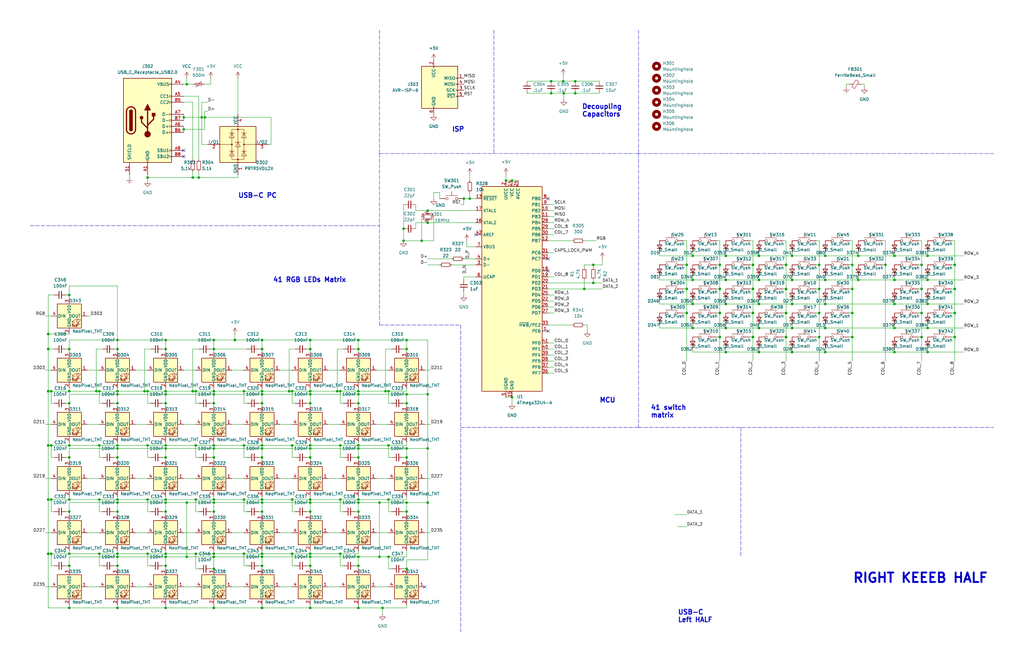
<source format=kicad_sch>
(kicad_sch (version 20211123) (generator eeschema)
  (paper "B")
  (junction (at 90.17 240.03))
  (junction (at 170.18 96.52))
  (junction (at 130.81 143.51))
  (junction (at 377.19 107.95))
  (junction (at 90.17 170.18))
  (junction (at 171.45 170.18))
  (junction (at 130.81 233.68))
  (junction (at 303.53 121.92))
  (junction (at 303.53 132.08))
  (junction (at 90.17 210.82))
  (junction (at 347.98 148.59))
  (junction (at 49.53 166.37))
  (junction (at 359.41 132.08))
  (junction (at 320.04 107.95))
  (junction (at 402.59 132.08))
  (junction (at 82.55 233.68))
  (junction (at 303.53 142.24))
  (junction (at 41.91 187.96))
  (junction (at 163.83 210.82))
  (junction (at 151.13 215.9))
  (junction (at 69.85 166.37))
  (junction (at 151.13 238.76))
  (junction (at 161.29 256.54))
  (junction (at 162.56 165.1))
  (junction (at 359.41 142.24))
  (junction (at 151.13 187.96))
  (junction (at 110.49 166.37))
  (junction (at 90.17 187.96))
  (junction (at 130.81 210.82))
  (junction (at 21.59 187.96))
  (junction (at 250.19 111.76))
  (junction (at 123.19 233.68))
  (junction (at 90.17 233.68))
  (junction (at 388.62 111.76))
  (junction (at 90.17 212.09))
  (junction (at 377.19 148.59))
  (junction (at 82.55 165.1))
  (junction (at 78.74 234.95))
  (junction (at 130.81 212.09))
  (junction (at 130.81 215.9))
  (junction (at 143.51 210.82))
  (junction (at 49.53 187.96))
  (junction (at 69.85 215.9))
  (junction (at 90.17 147.32))
  (junction (at 151.13 210.82))
  (junction (at 334.01 107.95))
  (junction (at 347.98 138.43))
  (junction (at 246.38 121.92))
  (junction (at 151.13 165.1))
  (junction (at 49.53 147.32))
  (junction (at 151.13 143.51))
  (junction (at 102.87 210.82))
  (junction (at 29.21 165.1))
  (junction (at 110.49 189.23))
  (junction (at 151.13 234.95))
  (junction (at 195.58 83.82))
  (junction (at 303.53 111.76))
  (junction (at 177.8 101.6))
  (junction (at 237.744 39.37))
  (junction (at 49.53 193.04))
  (junction (at 102.87 233.68))
  (junction (at 49.53 234.95))
  (junction (at 151.13 189.23))
  (junction (at 110.49 238.76))
  (junction (at 69.85 187.96))
  (junction (at 292.1 118.11))
  (junction (at 391.16 128.27))
  (junction (at 29.21 193.04))
  (junction (at 20.32 165.1))
  (junction (at 130.81 170.18))
  (junction (at 20.32 233.68))
  (junction (at 21.59 165.1))
  (junction (at 171.45 147.32))
  (junction (at 49.53 256.54))
  (junction (at 69.85 212.09))
  (junction (at 317.5 132.08))
  (junction (at 82.55 210.82))
  (junction (at 102.87 187.96))
  (junction (at 49.53 143.51))
  (junction (at 292.1 138.43))
  (junction (at 29.21 124.46))
  (junction (at 160.02 212.09))
  (junction (at 180.34 166.37))
  (junction (at 180.34 212.09))
  (junction (at 77.47 54.61))
  (junction (at 151.13 166.37))
  (junction (at 361.95 107.95))
  (junction (at 163.83 234.95))
  (junction (at 232.41 39.37))
  (junction (at 130.81 147.32))
  (junction (at 49.53 233.68))
  (junction (at 69.85 256.54))
  (junction (at 289.56 111.76))
  (junction (at 289.56 132.08))
  (junction (at 289.56 121.92))
  (junction (at 29.21 256.54))
  (junction (at 232.41 34.29))
  (junction (at 317.5 121.92))
  (junction (at 180.34 93.98))
  (junction (at 29.21 215.9))
  (junction (at 110.49 233.68))
  (junction (at 69.85 170.18))
  (junction (at 130.81 193.04))
  (junction (at 123.19 210.82))
  (junction (at 317.5 111.76))
  (junction (at 29.21 210.82))
  (junction (at 90.17 193.04))
  (junction (at 110.49 256.54))
  (junction (at 62.23 233.68))
  (junction (at 250.19 119.38))
  (junction (at 347.98 107.95))
  (junction (at 130.81 238.76))
  (junction (at 49.53 212.09))
  (junction (at 41.91 233.68))
  (junction (at 110.49 210.82))
  (junction (at 391.16 148.59))
  (junction (at 20.32 140.97))
  (junction (at 388.62 142.24))
  (junction (at 20.32 210.82))
  (junction (at 171.45 189.23))
  (junction (at 151.13 256.54))
  (junction (at 171.45 215.9))
  (junction (at 29.21 170.18))
  (junction (at 62.23 210.82))
  (junction (at 90.17 189.23))
  (junction (at 391.16 138.43))
  (junction (at 180.34 189.23))
  (junction (at 345.44 132.08))
  (junction (at 69.85 189.23))
  (junction (at 62.23 187.96))
  (junction (at 29.21 147.32))
  (junction (at 69.85 147.32))
  (junction (at 163.83 165.1))
  (junction (at 83.82 74.93))
  (junction (at 171.45 143.51))
  (junction (at 110.49 215.9))
  (junction (at 86.36 49.53))
  (junction (at 151.13 170.18))
  (junction (at 20.32 147.32))
  (junction (at 143.51 233.68))
  (junction (at 69.85 238.76))
  (junction (at 41.91 210.82))
  (junction (at 40.64 165.1))
  (junction (at 130.81 187.96))
  (junction (at 359.41 121.92))
  (junction (at 242.57 34.29))
  (junction (at 151.13 147.32))
  (junction (at 320.04 128.27))
  (junction (at 292.1 107.95))
  (junction (at 388.62 132.08))
  (junction (at 20.32 187.96))
  (junction (at 361.95 118.11))
  (junction (at 49.53 189.23))
  (junction (at 292.1 128.27))
  (junction (at 110.49 143.51))
  (junction (at 142.24 165.1))
  (junction (at 151.13 193.04))
  (junction (at 69.85 143.51))
  (junction (at 49.53 210.82))
  (junction (at 90.17 234.95))
  (junction (at 99.06 143.51))
  (junction (at 306.07 138.43))
  (junction (at 49.53 170.18))
  (junction (at 130.81 165.1))
  (junction (at 69.85 234.95))
  (junction (at 170.18 101.6))
  (junction (at 90.17 143.51))
  (junction (at 69.85 233.68))
  (junction (at 306.07 148.59))
  (junction (at 29.21 187.96))
  (junction (at 237.49 34.29))
  (junction (at 143.51 187.96))
  (junction (at 110.49 234.95))
  (junction (at 377.19 128.27))
  (junction (at 60.96 165.1))
  (junction (at 130.81 234.95))
  (junction (at 171.45 212.09))
  (junction (at 81.28 165.1))
  (junction (at 130.81 256.54))
  (junction (at 331.47 121.92))
  (junction (at 306.07 107.95))
  (junction (at 49.53 215.9))
  (junction (at 110.49 165.1))
  (junction (at 85.09 49.53))
  (junction (at 151.13 212.09))
  (junction (at 143.51 165.1))
  (junction (at 82.55 187.96))
  (junction (at 402.59 111.76))
  (junction (at 110.49 212.09))
  (junction (at 78.74 35.56))
  (junction (at 345.44 111.76))
  (junction (at 345.44 121.92))
  (junction (at 331.47 111.76))
  (junction (at 41.91 165.1))
  (junction (at 123.19 187.96))
  (junction (at 373.38 111.76))
  (junction (at 334.01 148.59))
  (junction (at 215.9 167.64))
  (junction (at 377.19 138.43))
  (junction (at 29.21 238.76))
  (junction (at 171.45 193.04))
  (junction (at 21.59 233.68))
  (junction (at 213.36 76.2))
  (junction (at 180.34 88.9))
  (junction (at 62.23 74.93))
  (junction (at 334.01 128.27))
  (junction (at 198.12 83.82))
  (junction (at 347.98 118.11))
  (junction (at 123.19 165.1))
  (junction (at 345.44 142.24))
  (junction (at 215.9 76.2))
  (junction (at 77.47 49.53))
  (junction (at 90.17 215.9))
  (junction (at 334.01 118.11))
  (junction (at 69.85 210.82))
  (junction (at 171.45 166.37))
  (junction (at 306.07 128.27))
  (junction (at 320.04 148.59))
  (junction (at 49.53 165.1))
  (junction (at 90.17 166.37))
  (junction (at 90.17 165.1))
  (junction (at 78.74 212.09))
  (junction (at 306.07 118.11))
  (junction (at 163.83 187.96))
  (junction (at 359.41 111.76))
  (junction (at 69.85 193.04))
  (junction (at 171.45 240.03))
  (junction (at 110.49 147.32))
  (junction (at 160.02 234.95))
  (junction (at 391.16 118.11))
  (junction (at 29.21 233.68))
  (junction (at 110.49 193.04))
  (junction (at 320.04 118.11))
  (junction (at 402.59 121.92))
  (junction (at 102.87 165.1))
  (junction (at 62.23 165.1))
  (junction (at 130.81 189.23))
  (junction (at 110.49 187.96))
  (junction (at 331.47 132.08))
  (junction (at 21.59 210.82))
  (junction (at 242.57 39.37))
  (junction (at 69.85 165.1))
  (junction (at 347.98 128.27))
  (junction (at 49.53 238.76))
  (junction (at 391.16 107.95))
  (junction (at 331.47 142.24))
  (junction (at 81.28 74.93))
  (junction (at 121.92 165.1))
  (junction (at 377.19 118.11))
  (junction (at 317.5 142.24))
  (junction (at 90.17 256.54))
  (junction (at 402.59 142.24))
  (junction (at 320.04 138.43))
  (junction (at 388.62 121.92))
  (junction (at 130.81 166.37))
  (junction (at 110.49 170.18))
  (junction (at 334.01 138.43))
  (no_connect (at 77.47 66.04))
  (no_connect (at 179.07 247.65))
  (no_connect (at 231.14 139.7))
  (no_connect (at 231.14 109.22))
  (no_connect (at 231.14 114.3))
  (no_connect (at 231.14 83.82))
  (no_connect (at 77.47 63.5))
  (no_connect (at 200.66 99.06))
  (wire (pts (xy 78.74 212.09) (xy 90.17 212.09)))
  (wire (pts (xy 104.14 215.9) (xy 102.87 215.9)))
  (wire (pts (xy 49.53 209.55) (xy 49.53 210.82)))
  (wire (pts (xy 402.59 111.76) (xy 402.59 121.92)))
  (wire (pts (xy 109.22 193.04) (xy 110.49 193.04)))
  (wire (pts (xy 68.58 193.04) (xy 69.85 193.04)))
  (wire (pts (xy 372.11 101.6) (xy 373.38 101.6)))
  (wire (pts (xy 302.26 132.08) (xy 303.53 132.08)))
  (wire (pts (xy 151.13 238.76) (xy 151.13 240.03)))
  (wire (pts (xy 391.16 137.16) (xy 391.16 138.43)))
  (wire (pts (xy 110.49 255.27) (xy 110.49 256.54)))
  (wire (pts (xy 331.47 142.24) (xy 331.47 152.4)))
  (wire (pts (xy 180.34 88.9) (xy 200.66 88.9)))
  (wire (pts (xy 83.82 170.18) (xy 82.55 170.18)))
  (wire (pts (xy 250.19 111.76) (xy 250.19 113.03)))
  (wire (pts (xy 118.11 247.65) (xy 123.19 247.65)))
  (wire (pts (xy 180.34 236.22) (xy 180.34 212.09)))
  (wire (pts (xy 377.19 118.11) (xy 391.16 118.11)))
  (wire (pts (xy 90.17 210.82) (xy 90.17 209.55)))
  (wire (pts (xy 83.82 215.9) (xy 82.55 215.9)))
  (wire (pts (xy 233.68 124.46) (xy 231.14 124.46)))
  (wire (pts (xy 110.49 209.55) (xy 110.49 210.82)))
  (wire (pts (xy 69.85 166.37) (xy 69.85 170.18)))
  (wire (pts (xy 69.85 187.96) (xy 82.55 187.96)))
  (wire (pts (xy 88.9 147.32) (xy 90.17 147.32)))
  (wire (pts (xy 104.14 238.76) (xy 102.87 238.76)))
  (wire (pts (xy 109.22 147.32) (xy 110.49 147.32)))
  (wire (pts (xy 388.62 121.92) (xy 388.62 132.08)))
  (wire (pts (xy 69.85 193.04) (xy 69.85 194.31)))
  (wire (pts (xy 62.23 170.18) (xy 62.23 165.1)))
  (wire (pts (xy 29.21 215.9) (xy 29.21 212.09)))
  (wire (pts (xy 171.45 193.04) (xy 171.45 194.31)))
  (wire (pts (xy 49.53 166.37) (xy 49.53 170.18)))
  (wire (pts (xy 288.29 121.92) (xy 289.56 121.92)))
  (wire (pts (xy 171.45 236.22) (xy 180.34 236.22)))
  (wire (pts (xy 123.19 170.18) (xy 123.19 165.1)))
  (wire (pts (xy 20.32 233.68) (xy 21.59 233.68)))
  (wire (pts (xy 100.33 74.93) (xy 100.33 73.66)))
  (wire (pts (xy 330.2 132.08) (xy 331.47 132.08)))
  (wire (pts (xy 163.83 187.96) (xy 171.45 187.96)))
  (wire (pts (xy 180.34 143.51) (xy 180.34 166.37)))
  (wire (pts (xy 69.85 238.76) (xy 69.85 240.03)))
  (wire (pts (xy 161.29 256.54) (xy 151.13 256.54)))
  (wire (pts (xy 27.94 124.46) (xy 29.21 124.46)))
  (wire (pts (xy 86.36 54.61) (xy 77.47 54.61)))
  (wire (pts (xy 359.41 142.24) (xy 359.41 152.4)))
  (wire (pts (xy 377.19 116.84) (xy 377.19 118.11)))
  (wire (pts (xy 358.14 132.08) (xy 359.41 132.08)))
  (wire (pts (xy 97.79 247.65) (xy 102.87 247.65)))
  (wire (pts (xy 36.83 201.93) (xy 41.91 201.93)))
  (wire (pts (xy 356.87 35.56) (xy 356.87 36.83)))
  (wire (pts (xy 90.17 234.95) (xy 110.49 234.95)))
  (wire (pts (xy 151.13 147.32) (xy 151.13 148.59)))
  (wire (pts (xy 316.23 121.92) (xy 317.5 121.92)))
  (wire (pts (xy 347.98 137.16) (xy 347.98 138.43)))
  (wire (pts (xy 110.49 256.54) (xy 130.81 256.54)))
  (wire (pts (xy 142.24 165.1) (xy 143.51 165.1)))
  (wire (pts (xy 213.36 167.64) (xy 215.9 167.64)))
  (wire (pts (xy 163.83 165.1) (xy 171.45 165.1)))
  (wire (pts (xy 90.17 256.54) (xy 110.49 256.54)))
  (wire (pts (xy 36.83 224.79) (xy 41.91 224.79)))
  (wire (pts (xy 49.53 193.04) (xy 49.53 194.31)))
  (wire (pts (xy 158.75 179.07) (xy 163.83 179.07)))
  (wire (pts (xy 278.13 137.16) (xy 278.13 138.43)))
  (wire (pts (xy 143.51 187.96) (xy 151.13 187.96)))
  (wire (pts (xy 391.16 128.27) (xy 406.4 128.27)))
  (polyline (pts (xy 194.31 137.16) (xy 194.31 266.7)))
  (wire (pts (xy 49.53 187.96) (xy 62.23 187.96)))
  (wire (pts (xy 110.49 212.09) (xy 130.81 212.09)))
  (wire (pts (xy 138.43 224.79) (xy 143.51 224.79)))
  (wire (pts (xy 97.79 156.21) (xy 102.87 156.21)))
  (wire (pts (xy 177.8 91.44) (xy 177.8 101.6)))
  (wire (pts (xy 62.23 76.2) (xy 62.23 74.93)))
  (wire (pts (xy 48.26 193.04) (xy 49.53 193.04)))
  (wire (pts (xy 110.49 143.51) (xy 130.81 143.51)))
  (wire (pts (xy 124.46 238.76) (xy 123.19 238.76)))
  (wire (pts (xy 292.1 138.43) (xy 306.07 138.43)))
  (wire (pts (xy 40.64 147.32) (xy 40.64 165.1)))
  (wire (pts (xy 190.5 111.76) (xy 200.66 111.76)))
  (wire (pts (xy 22.86 193.04) (xy 21.59 193.04)))
  (wire (pts (xy 402.59 121.92) (xy 402.59 132.08)))
  (wire (pts (xy 347.98 107.95) (xy 361.95 107.95)))
  (wire (pts (xy 171.45 255.27) (xy 171.45 256.54)))
  (wire (pts (xy 162.56 165.1) (xy 163.83 165.1)))
  (wire (pts (xy 102.87 210.82) (xy 110.49 210.82)))
  (wire (pts (xy 316.23 142.24) (xy 317.5 142.24)))
  (polyline (pts (xy 160.02 64.77) (xy 160.02 137.16)))
  (wire (pts (xy 246.38 121.92) (xy 254 121.92)))
  (wire (pts (xy 88.9 240.03) (xy 90.17 240.03)))
  (wire (pts (xy 62.23 187.96) (xy 69.85 187.96)))
  (wire (pts (xy 78.74 234.95) (xy 90.17 234.95)))
  (wire (pts (xy 29.21 209.55) (xy 29.21 210.82)))
  (wire (pts (xy 21.59 238.76) (xy 21.59 233.68)))
  (wire (pts (xy 151.13 209.55) (xy 151.13 210.82)))
  (wire (pts (xy 90.17 193.04) (xy 90.17 194.31)))
  (wire (pts (xy 49.53 189.23) (xy 69.85 189.23)))
  (wire (pts (xy 62.23 74.93) (xy 62.23 73.66)))
  (wire (pts (xy 222.25 34.29) (xy 232.41 34.29)))
  (wire (pts (xy 144.78 215.9) (xy 143.51 215.9)))
  (wire (pts (xy 123.19 233.68) (xy 130.81 233.68)))
  (wire (pts (xy 81.28 43.18) (xy 81.28 67.31)))
  (wire (pts (xy 231.14 101.6) (xy 241.3 101.6)))
  (wire (pts (xy 62.23 193.04) (xy 62.23 187.96)))
  (wire (pts (xy 90.17 165.1) (xy 90.17 163.83)))
  (wire (pts (xy 215.9 167.64) (xy 215.9 170.18)))
  (wire (pts (xy 149.86 238.76) (xy 151.13 238.76)))
  (wire (pts (xy 36.83 179.07) (xy 41.91 179.07)))
  (wire (pts (xy 171.45 236.22) (xy 171.45 240.03)))
  (wire (pts (xy 303.53 101.6) (xy 303.53 111.76)))
  (wire (pts (xy 29.21 166.37) (xy 49.53 166.37)))
  (wire (pts (xy 49.53 255.27) (xy 49.53 256.54)))
  (wire (pts (xy 48.26 215.9) (xy 49.53 215.9)))
  (wire (pts (xy 151.13 165.1) (xy 162.56 165.1)))
  (wire (pts (xy 130.81 234.95) (xy 151.13 234.95)))
  (wire (pts (xy 288.29 111.76) (xy 289.56 111.76)))
  (wire (pts (xy 110.49 147.32) (xy 110.49 148.59)))
  (wire (pts (xy 110.49 187.96) (xy 123.19 187.96)))
  (wire (pts (xy 198.12 83.82) (xy 200.66 83.82)))
  (wire (pts (xy 77.47 179.07) (xy 82.55 179.07)))
  (wire (pts (xy 57.15 156.21) (xy 62.23 156.21)))
  (wire (pts (xy 130.81 215.9) (xy 130.81 217.17)))
  (wire (pts (xy 129.54 170.18) (xy 130.81 170.18)))
  (wire (pts (xy 288.29 132.08) (xy 289.56 132.08)))
  (wire (pts (xy 54.61 74.93) (xy 54.61 73.66)))
  (wire (pts (xy 49.53 215.9) (xy 49.53 217.17)))
  (wire (pts (xy 391.16 148.59) (xy 406.4 148.59)))
  (wire (pts (xy 345.44 121.92) (xy 345.44 132.08)))
  (wire (pts (xy 151.13 143.51) (xy 151.13 147.32)))
  (wire (pts (xy 247.65 137.16) (xy 247.65 139.7)))
  (wire (pts (xy 29.21 120.65) (xy 29.21 124.46)))
  (wire (pts (xy 48.26 147.32) (xy 49.53 147.32)))
  (wire (pts (xy 27.94 193.04) (xy 29.21 193.04)))
  (wire (pts (xy 82.55 233.68) (xy 82.55 240.03)))
  (wire (pts (xy 334.01 137.16) (xy 334.01 138.43)))
  (wire (pts (xy 102.87 170.18) (xy 102.87 165.1)))
  (wire (pts (xy 100.33 74.93) (xy 83.82 74.93)))
  (wire (pts (xy 19.05 179.07) (xy 21.59 179.07)))
  (wire (pts (xy 29.21 143.51) (xy 29.21 147.32)))
  (wire (pts (xy 87.63 43.18) (xy 85.09 43.18)))
  (wire (pts (xy 142.24 147.32) (xy 142.24 165.1)))
  (wire (pts (xy 69.85 189.23) (xy 69.85 193.04)))
  (wire (pts (xy 170.18 193.04) (xy 171.45 193.04)))
  (wire (pts (xy 69.85 163.83) (xy 69.85 165.1)))
  (wire (pts (xy 254 109.22) (xy 254 111.76)))
  (wire (pts (xy 317.5 111.76) (xy 317.5 121.92)))
  (wire (pts (xy 180.34 111.76) (xy 185.42 111.76)))
  (wire (pts (xy 83.82 72.39) (xy 83.82 74.93)))
  (wire (pts (xy 83.82 40.64) (xy 83.82 67.31)))
  (wire (pts (xy 316.23 111.76) (xy 317.5 111.76)))
  (wire (pts (xy 129.54 215.9) (xy 130.81 215.9)))
  (wire (pts (xy 388.62 101.6) (xy 388.62 111.76)))
  (wire (pts (xy 49.53 233.68) (xy 62.23 233.68)))
  (wire (pts (xy 151.13 187.96) (xy 163.83 187.96)))
  (wire (pts (xy 77.47 54.61) (xy 77.47 55.88)))
  (wire (pts (xy 97.79 201.93) (xy 102.87 201.93)))
  (wire (pts (xy 43.18 170.18) (xy 41.91 170.18)))
  (wire (pts (xy 41.91 238.76) (xy 41.91 233.68)))
  (wire (pts (xy 246.38 118.11) (xy 246.38 121.92)))
  (wire (pts (xy 331.47 121.92) (xy 331.47 132.08)))
  (wire (pts (xy 303.53 121.92) (xy 303.53 132.08)))
  (wire (pts (xy 114.3 60.96) (xy 114.3 49.53)))
  (wire (pts (xy 237.49 34.29) (xy 242.57 34.29)))
  (wire (pts (xy 151.13 189.23) (xy 151.13 193.04)))
  (wire (pts (xy 195.58 123.19) (xy 195.58 124.46)))
  (wire (pts (xy 359.41 111.76) (xy 359.41 121.92)))
  (wire (pts (xy 69.85 212.09) (xy 69.85 215.9)))
  (wire (pts (xy 372.11 111.76) (xy 373.38 111.76)))
  (wire (pts (xy 151.13 256.54) (xy 151.13 255.27)))
  (wire (pts (xy 278.13 127) (xy 278.13 128.27)))
  (wire (pts (xy 171.45 143.51) (xy 171.45 147.32)))
  (wire (pts (xy 20.32 187.96) (xy 21.59 187.96)))
  (polyline (pts (xy 160.02 137.16) (xy 194.31 137.16)))
  (wire (pts (xy 246.38 101.6) (xy 251.46 101.6)))
  (wire (pts (xy 356.87 35.56) (xy 358.14 35.56)))
  (wire (pts (xy 49.53 189.23) (xy 49.53 193.04)))
  (wire (pts (xy 77.47 224.79) (xy 82.55 224.79)))
  (wire (pts (xy 334.01 138.43) (xy 347.98 138.43)))
  (wire (pts (xy 22.86 238.76) (xy 21.59 238.76)))
  (polyline (pts (xy 160.02 64.77) (xy 269.24 64.77)))
  (wire (pts (xy 330.2 121.92) (xy 331.47 121.92)))
  (wire (pts (xy 320.04 138.43) (xy 334.01 138.43)))
  (wire (pts (xy 20.32 165.1) (xy 20.32 187.96)))
  (wire (pts (xy 77.47 40.64) (xy 83.82 40.64)))
  (wire (pts (xy 57.15 179.07) (xy 62.23 179.07)))
  (wire (pts (xy 289.56 121.92) (xy 289.56 132.08)))
  (wire (pts (xy 233.68 154.94) (xy 231.14 154.94)))
  (wire (pts (xy 82.55 193.04) (xy 82.55 187.96)))
  (wire (pts (xy 130.81 256.54) (xy 151.13 256.54)))
  (wire (pts (xy 90.17 166.37) (xy 110.49 166.37)))
  (wire (pts (xy 231.14 137.16) (xy 241.3 137.16)))
  (wire (pts (xy 19.05 224.79) (xy 21.59 224.79)))
  (wire (pts (xy 198.12 81.28) (xy 198.12 83.82)))
  (wire (pts (xy 88.9 215.9) (xy 90.17 215.9)))
  (wire (pts (xy 77.47 247.65) (xy 82.55 247.65)))
  (wire (pts (xy 130.81 232.41) (xy 130.81 233.68)))
  (wire (pts (xy 233.68 93.98) (xy 231.14 93.98)))
  (wire (pts (xy 129.54 193.04) (xy 130.81 193.04)))
  (wire (pts (xy 171.45 165.1) (xy 171.45 163.83)))
  (wire (pts (xy 347.98 148.59) (xy 377.19 148.59)))
  (wire (pts (xy 306.07 116.84) (xy 306.07 118.11)))
  (wire (pts (xy 171.45 212.09) (xy 171.45 215.9)))
  (wire (pts (xy 41.91 215.9) (xy 41.91 210.82)))
  (wire (pts (xy 29.21 232.41) (xy 29.21 233.68)))
  (wire (pts (xy 83.82 147.32) (xy 81.28 147.32)))
  (wire (pts (xy 68.58 170.18) (xy 69.85 170.18)))
  (wire (pts (xy 194.31 86.36) (xy 195.58 86.36)))
  (wire (pts (xy 123.19 187.96) (xy 130.81 187.96)))
  (wire (pts (xy 171.45 143.51) (xy 180.34 143.51)))
  (wire (pts (xy 69.85 215.9) (xy 69.85 217.17)))
  (wire (pts (xy 69.85 143.51) (xy 90.17 143.51)))
  (wire (pts (xy 109.22 215.9) (xy 110.49 215.9)))
  (wire (pts (xy 347.98 128.27) (xy 377.19 128.27)))
  (wire (pts (xy 121.92 165.1) (xy 123.19 165.1)))
  (wire (pts (xy 20.32 210.82) (xy 20.32 233.68)))
  (wire (pts (xy 302.26 101.6) (xy 303.53 101.6)))
  (wire (pts (xy 306.07 138.43) (xy 320.04 138.43)))
  (wire (pts (xy 102.87 187.96) (xy 110.49 187.96)))
  (wire (pts (xy 171.45 234.95) (xy 163.83 234.95)))
  (wire (pts (xy 49.53 234.95) (xy 69.85 234.95)))
  (wire (pts (xy 158.75 156.21) (xy 163.83 156.21)))
  (wire (pts (xy 110.49 163.83) (xy 110.49 165.1)))
  (wire (pts (xy 90.17 233.68) (xy 102.87 233.68)))
  (wire (pts (xy 373.38 111.76) (xy 373.38 152.4)))
  (wire (pts (xy 85.09 60.96) (xy 87.63 60.96)))
  (wire (pts (xy 289.56 111.76) (xy 289.56 121.92)))
  (wire (pts (xy 109.22 238.76) (xy 110.49 238.76)))
  (wire (pts (xy 143.51 238.76) (xy 143.51 233.68)))
  (wire (pts (xy 41.91 187.96) (xy 49.53 187.96)))
  (wire (pts (xy 29.21 255.27) (xy 29.21 256.54)))
  (wire (pts (xy 69.85 256.54) (xy 90.17 256.54)))
  (wire (pts (xy 250.19 111.76) (xy 254 111.76)))
  (wire (pts (xy 130.81 233.68) (xy 143.51 233.68)))
  (wire (pts (xy 334.01 106.68) (xy 334.01 107.95)))
  (wire (pts (xy 391.16 127) (xy 391.16 128.27)))
  (wire (pts (xy 104.14 193.04) (xy 102.87 193.04)))
  (wire (pts (xy 246.38 111.76) (xy 250.19 111.76)))
  (wire (pts (xy 170.18 101.6) (xy 177.8 101.6)))
  (wire (pts (xy 143.51 210.82) (xy 151.13 210.82)))
  (wire (pts (xy 320.04 137.16) (xy 320.04 138.43)))
  (wire (pts (xy 90.17 255.27) (xy 90.17 256.54)))
  (wire (pts (xy 138.43 201.93) (xy 143.51 201.93)))
  (wire (pts (xy 102.87 193.04) (xy 102.87 187.96)))
  (wire (pts (xy 233.68 116.84) (xy 231.14 116.84)))
  (wire (pts (xy 151.13 193.04) (xy 151.13 194.31)))
  (wire (pts (xy 138.43 179.07) (xy 143.51 179.07)))
  (wire (pts (xy 334.01 128.27) (xy 347.98 128.27)))
  (wire (pts (xy 57.15 224.79) (xy 62.23 224.79)))
  (wire (pts (xy 130.81 170.18) (xy 130.81 171.45)))
  (wire (pts (xy 83.82 240.03) (xy 82.55 240.03)))
  (wire (pts (xy 237.744 39.37) (xy 242.57 39.37)))
  (wire (pts (xy 233.68 127) (xy 231.14 127)))
  (wire (pts (xy 320.04 128.27) (xy 334.01 128.27)))
  (wire (pts (xy 88.9 170.18) (xy 90.17 170.18)))
  (wire (pts (xy 110.49 233.68) (xy 123.19 233.68)))
  (wire (pts (xy 110.49 193.04) (xy 110.49 194.31)))
  (wire (pts (xy 388.62 142.24) (xy 388.62 152.4)))
  (wire (pts (xy 29.21 238.76) (xy 29.21 234.95)))
  (wire (pts (xy 87.63 46.99) (xy 86.36 46.99)))
  (wire (pts (xy 151.13 215.9) (xy 151.13 217.17)))
  (wire (pts (xy 41.91 233.68) (xy 49.53 233.68)))
  (wire (pts (xy 316.23 101.6) (xy 317.5 101.6)))
  (wire (pts (xy 200.66 116.84) (xy 195.58 116.84)))
  (wire (pts (xy 162.56 147.32) (xy 162.56 165.1)))
  (wire (pts (xy 347.98 118.11) (xy 361.95 118.11)))
  (wire (pts (xy 303.53 132.08) (xy 303.53 142.24)))
  (wire (pts (xy 344.17 142.24) (xy 345.44 142.24)))
  (wire (pts (xy 180.34 189.23) (xy 180.34 212.09)))
  (wire (pts (xy 41.91 210.82) (xy 49.53 210.82)))
  (wire (pts (xy 388.62 132.08) (xy 388.62 142.24)))
  (wire (pts (xy 29.21 189.23) (xy 49.53 189.23)))
  (wire (pts (xy 347.98 116.84) (xy 347.98 118.11)))
  (wire (pts (xy 330.2 111.76) (xy 331.47 111.76)))
  (wire (pts (xy 344.17 121.92) (xy 345.44 121.92)))
  (wire (pts (xy 215.9 76.2) (xy 218.44 76.2)))
  (wire (pts (xy 90.17 187.96) (xy 90.17 186.69)))
  (wire (pts (xy 151.13 212.09) (xy 160.02 212.09)))
  (wire (pts (xy 130.81 187.96) (xy 143.51 187.96)))
  (wire (pts (xy 303.53 111.76) (xy 303.53 121.92)))
  (wire (pts (xy 233.68 152.4) (xy 231.14 152.4)))
  (wire (pts (xy 21.59 165.1) (xy 20.32 165.1)))
  (wire (pts (xy 69.85 234.95) (xy 78.74 234.95)))
  (wire (pts (xy 21.59 193.04) (xy 21.59 187.96)))
  (wire (pts (xy 377.19 148.59) (xy 391.16 148.59)))
  (wire (pts (xy 62.23 165.1) (xy 69.85 165.1)))
  (wire (pts (xy 316.23 132.08) (xy 317.5 132.08)))
  (wire (pts (xy 163.83 210.82) (xy 171.45 210.82)))
  (wire (pts (xy 29.21 166.37) (xy 29.21 170.18)))
  (wire (pts (xy 29.21 256.54) (xy 49.53 256.54)))
  (wire (pts (xy 170.18 86.36) (xy 170.18 96.52)))
  (wire (pts (xy 373.38 101.6) (xy 373.38 111.76)))
  (wire (pts (xy 83.82 193.04) (xy 82.55 193.04)))
  (wire (pts (xy 387.35 111.76) (xy 388.62 111.76)))
  (wire (pts (xy 29.21 165.1) (xy 21.59 165.1)))
  (wire (pts (xy 151.13 234.95) (xy 151.13 238.76)))
  (wire (pts (xy 41.91 193.04) (xy 41.91 187.96)))
  (wire (pts (xy 334.01 118.11) (xy 347.98 118.11)))
  (wire (pts (xy 233.68 99.06) (xy 231.14 99.06)))
  (wire (pts (xy 69.85 210.82) (xy 82.55 210.82)))
  (wire (pts (xy 118.11 224.79) (xy 123.19 224.79)))
  (wire (pts (xy 90.17 212.09) (xy 110.49 212.09)))
  (wire (pts (xy 317.5 101.6) (xy 317.5 111.76)))
  (wire (pts (xy 20.32 187.96) (xy 20.32 210.82)))
  (wire (pts (xy 331.47 101.6) (xy 331.47 111.76)))
  (wire (pts (xy 130.81 143.51) (xy 130.81 147.32)))
  (wire (pts (xy 317.5 121.92) (xy 317.5 132.08)))
  (wire (pts (xy 29.21 170.18) (xy 29.21 171.45)))
  (wire (pts (xy 334.01 127) (xy 334.01 128.27)))
  (wire (pts (xy 138.43 156.21) (xy 143.51 156.21)))
  (wire (pts (xy 165.1 170.18) (xy 163.83 170.18)))
  (wire (pts (xy 334.01 148.59) (xy 347.98 148.59)))
  (wire (pts (xy 20.32 233.68) (xy 20.32 256.54)))
  (wire (pts (xy 401.32 132.08) (xy 402.59 132.08)))
  (wire (pts (xy 185.42 83.82) (xy 185.42 81.28)))
  (wire (pts (xy 278.13 116.84) (xy 278.13 118.11)))
  (wire (pts (xy 359.41 132.08) (xy 359.41 142.24)))
  (wire (pts (xy 88.9 193.04) (xy 90.17 193.04)))
  (wire (pts (xy 29.21 233.68) (xy 41.91 233.68)))
  (wire (pts (xy 78.74 35.56) (xy 81.28 35.56)))
  (wire (pts (xy 19.05 201.93) (xy 21.59 201.93)))
  (wire (pts (xy 110.49 240.03) (xy 110.49 238.76)))
  (wire (pts (xy 27.94 147.32) (xy 29.21 147.32)))
  (wire (pts (xy 110.49 170.18) (xy 110.49 171.45)))
  (wire (pts (xy 124.46 147.32) (xy 121.92 147.32)))
  (wire (pts (xy 292.1 106.68) (xy 292.1 107.95)))
  (wire (pts (xy 151.13 234.95) (xy 160.02 234.95)))
  (wire (pts (xy 110.49 234.95) (xy 130.81 234.95)))
  (wire (pts (xy 213.36 76.2) (xy 215.9 76.2)))
  (wire (pts (xy 344.17 111.76) (xy 345.44 111.76)))
  (wire (pts (xy 130.81 238.76) (xy 130.81 240.03)))
  (wire (pts (xy 233.68 91.44) (xy 231.14 91.44)))
  (wire (pts (xy 170.18 96.52) (xy 170.18 101.6)))
  (wire (pts (xy 60.96 165.1) (xy 62.23 165.1)))
  (wire (pts (xy 320.04 116.84) (xy 320.04 118.11)))
  (wire (pts (xy 302.26 111.76) (xy 303.53 111.76)))
  (wire (pts (xy 81.28 72.39) (xy 81.28 74.93)))
  (wire (pts (xy 43.18 193.04) (xy 41.91 193.04)))
  (wire (pts (xy 401.32 121.92) (xy 402.59 121.92)))
  (wire (pts (xy 330.2 142.24) (xy 331.47 142.24)))
  (wire (pts (xy 292.1 147.32) (xy 292.1 148.59)))
  (wire (pts (xy 69.85 189.23) (xy 90.17 189.23)))
  (wire (pts (xy 344.17 132.08) (xy 345.44 132.08)))
  (wire (pts (xy 289.56 217.17) (xy 284.48 217.17)))
  (wire (pts (xy 130.81 166.37) (xy 151.13 166.37)))
  (wire (pts (xy 233.68 147.32) (xy 231.14 147.32)))
  (wire (pts (xy 387.35 142.24) (xy 388.62 142.24)))
  (polyline (pts (xy 208.28 12.7) (xy 208.28 64.77)))
  (wire (pts (xy 41.91 170.18) (xy 41.91 165.1)))
  (wire (pts (xy 49.53 166.37) (xy 69.85 166.37)))
  (wire (pts (xy 171.45 166.37) (xy 171.45 170.18)))
  (wire (pts (xy 317.5 142.24) (xy 317.5 152.4)))
  (wire (pts (xy 361.95 107.95) (xy 377.19 107.95)))
  (wire (pts (xy 62.23 233.68) (xy 69.85 233.68)))
  (wire (pts (xy 151.13 143.51) (xy 171.45 143.51)))
  (wire (pts (xy 246.38 113.03) (xy 246.38 111.76)))
  (wire (pts (xy 232.41 34.29) (xy 237.49 34.29)))
  (wire (pts (xy 90.17 143.51) (xy 99.06 143.51)))
  (wire (pts (xy 387.35 121.92) (xy 388.62 121.92)))
  (wire (pts (xy 86.36 46.99) (xy 86.36 49.53)))
  (wire (pts (xy 82.55 170.18) (xy 82.55 165.1)))
  (wire (pts (xy 62.23 210.82) (xy 69.85 210.82)))
  (wire (pts (xy 345.44 142.24) (xy 345.44 152.4)))
  (wire (pts (xy 151.13 166.37) (xy 151.13 170.18)))
  (wire (pts (xy 292.1 127) (xy 292.1 128.27)))
  (wire (pts (xy 110.49 217.17) (xy 110.49 215.9)))
  (wire (pts (xy 29.21 147.32) (xy 29.21 148.59)))
  (wire (pts (xy 20.32 140.97) (xy 29.21 140.97)))
  (wire (pts (xy 49.53 120.65) (xy 49.53 143.51)))
  (wire (pts (xy 48.26 170.18) (xy 49.53 170.18)))
  (wire (pts (xy 29.21 163.83) (xy 29.21 165.1)))
  (wire (pts (xy 320.04 106.68) (xy 320.04 107.95)))
  (wire (pts (xy 69.85 186.69) (xy 69.85 187.96)))
  (wire (pts (xy 130.81 212.09) (xy 151.13 212.09)))
  (wire (pts (xy 130.81 147.32) (xy 130.81 148.59)))
  (wire (pts (xy 90.17 189.23) (xy 110.49 189.23)))
  (wire (pts (xy 231.14 121.92) (xy 246.38 121.92)))
  (wire (pts (xy 213.36 73.66) (xy 213.36 76.2)))
  (wire (pts (xy 82.55 215.9) (xy 82.55 210.82)))
  (wire (pts (xy 171.45 256.54) (xy 161.29 256.54)))
  (wire (pts (xy 29.21 234.95) (xy 49.53 234.95)))
  (wire (pts (xy 345.44 101.6) (xy 345.44 111.76)))
  (wire (pts (xy 20.32 147.32) (xy 20.32 165.1)))
  (wire (pts (xy 88.9 35.56) (xy 86.36 35.56)))
  (wire (pts (xy 90.17 187.96) (xy 102.87 187.96)))
  (wire (pts (xy 82.55 210.82) (xy 90.17 210.82)))
  (wire (pts (xy 391.16 147.32) (xy 391.16 148.59)))
  (wire (pts (xy 49.53 210.82) (xy 62.23 210.82)))
  (wire (pts (xy 90.17 189.23) (xy 90.17 193.04)))
  (wire (pts (xy 377.19 127) (xy 377.19 128.27)))
  (wire (pts (xy 124.46 170.18) (xy 123.19 170.18)))
  (wire (pts (xy 86.36 49.53) (xy 114.3 49.53)))
  (wire (pts (xy 110.49 165.1) (xy 121.92 165.1)))
  (wire (pts (xy 29.21 143.51) (xy 49.53 143.51)))
  (wire (pts (xy 130.81 143.51) (xy 151.13 143.51)))
  (wire (pts (xy 63.5 193.04) (xy 62.23 193.04)))
  (wire (pts (xy 151.13 163.83) (xy 151.13 165.1)))
  (wire (pts (xy 78.74 212.09) (xy 78.74 234.95)))
  (wire (pts (xy 110.49 166.37) (xy 130.81 166.37)))
  (wire (pts (xy 36.83 247.65) (xy 41.91 247.65)))
  (wire (pts (xy 180.34 109.22) (xy 190.5 109.22)))
  (wire (pts (xy 102.87 233.68) (xy 110.49 233.68)))
  (wire (pts (xy 330.2 101.6) (xy 331.47 101.6)))
  (wire (pts (xy 97.79 179.07) (xy 102.87 179.07)))
  (wire (pts (xy 123.19 215.9) (xy 123.19 210.82)))
  (wire (pts (xy 121.92 147.32) (xy 121.92 165.1)))
  (wire (pts (xy 149.86 193.04) (xy 151.13 193.04)))
  (wire (pts (xy 62.23 215.9) (xy 62.23 210.82)))
  (wire (pts (xy 237.744 39.37) (xy 237.744 41.91)))
  (wire (pts (xy 118.11 179.07) (xy 123.19 179.07)))
  (wire (pts (xy 175.26 96.52) (xy 175.26 93.98)))
  (wire (pts (xy 242.57 34.29) (xy 252.73 34.29)))
  (wire (pts (xy 49.53 238.76) (xy 49.53 240.03)))
  (wire (pts (xy 306.07 137.16) (xy 306.07 138.43)))
  (wire (pts (xy 21.59 187.96) (xy 29.21 187.96)))
  (polyline (pts (xy 419.1 64.77) (xy 269.24 64.77)))
  (wire (pts (xy 130.81 210.82) (xy 143.51 210.82)))
  (wire (pts (xy 62.23 74.93) (xy 81.28 74.93)))
  (wire (pts (xy 69.85 209.55) (xy 69.85 210.82)))
  (wire (pts (xy 143.51 165.1) (xy 151.13 165.1)))
  (wire (pts (xy 77.47 35.56) (xy 78.74 35.56)))
  (wire (pts (xy 345.44 111.76) (xy 345.44 121.92)))
  (wire (pts (xy 181.61 179.07) (xy 179.07 179.07)))
  (wire (pts (xy 151.13 212.09) (xy 151.13 215.9)))
  (wire (pts (xy 90.17 234.95) (xy 90.17 240.03)))
  (wire (pts (xy 19.05 156.21) (xy 21.59 156.21)))
  (wire (pts (xy 97.79 224.79) (xy 102.87 224.79)))
  (wire (pts (xy 180.34 212.09) (xy 171.45 212.09)))
  (wire (pts (xy 364.49 35.56) (xy 363.22 35.56)))
  (wire (pts (xy 124.46 215.9) (xy 123.19 215.9)))
  (wire (pts (xy 320.04 118.11) (xy 334.01 118.11)))
  (wire (pts (xy 99.06 140.97) (xy 99.06 143.51)))
  (wire (pts (xy 49.53 212.09) (xy 69.85 212.09)))
  (wire (pts (xy 182.88 81.28) (xy 182.88 83.82)))
  (wire (pts (xy 170.18 170.18) (xy 171.45 170.18)))
  (wire (pts (xy 292.1 118.11) (xy 306.07 118.11)))
  (wire (pts (xy 36.83 156.21) (xy 41.91 156.21)))
  (wire (pts (xy 69.85 256.54) (xy 69.85 255.27)))
  (wire (pts (xy 130.81 193.04) (xy 130.81 194.31)))
  (wire (pts (xy 21.59 233.68) (xy 29.21 233.68)))
  (wire (pts (xy 130.81 255.27) (xy 130.81 256.54)))
  (wire (pts (xy 22.86 147.32) (xy 20.32 147.32)))
  (wire (pts (xy 171.45 189.23) (xy 180.34 189.23)))
  (wire (pts (xy 165.1 240.03) (xy 163.83 240.03)))
  (wire (pts (xy 68.58 147.32) (xy 69.85 147.32)))
  (wire (pts (xy 110.49 186.69) (xy 110.49 187.96)))
  (polyline (pts (xy 269.24 12.7) (xy 269.24 64.77)))
  (wire (pts (xy 123.19 165.1) (xy 130.81 165.1)))
  (wire (pts (xy 90.17 170.18) (xy 90.17 171.45)))
  (wire (pts (xy 242.57 39.37) (xy 252.73 39.37)))
  (wire (pts (xy 163.83 193.04) (xy 163.83 187.96)))
  (wire (pts (xy 158.75 247.65) (xy 163.83 247.65)))
  (wire (pts (xy 160.02 212.09) (xy 171.45 212.09)))
  (wire (pts (xy 195.58 86.36) (xy 195.58 83.82)))
  (wire (pts (xy 49.53 170.18) (xy 49.53 171.45)))
  (wire (pts (xy 361.95 118.11) (xy 377.19 118.11)))
  (wire (pts (xy 347.98 106.68) (xy 347.98 107.95)))
  (wire (pts (xy 21.59 210.82) (xy 29.21 210.82)))
  (wire (pts (xy 43.18 147.32) (xy 40.64 147.32)))
  (wire (pts (xy 306.07 107.95) (xy 320.04 107.95)))
  (wire (pts (xy 104.14 170.18) (xy 102.87 170.18)))
  (wire (pts (xy 86.36 49.53) (xy 86.36 54.61)))
  (wire (pts (xy 90.17 165.1) (xy 102.87 165.1)))
  (wire (pts (xy 303.53 142.24) (xy 303.53 152.4)))
  (wire (pts (xy 233.68 88.9) (xy 231.14 88.9)))
  (wire (pts (xy 377.19 106.68) (xy 377.19 107.95)))
  (wire (pts (xy 171.45 147.32) (xy 171.45 148.59)))
  (wire (pts (xy 387.35 132.08) (xy 388.62 132.08)))
  (wire (pts (xy 320.04 148.59) (xy 334.01 148.59)))
  (wire (pts (xy 306.07 118.11) (xy 320.04 118.11)))
  (wire (pts (xy 289.56 101.6) (xy 289.56 111.76)))
  (wire (pts (xy 391.16 118.11) (xy 406.4 118.11)))
  (wire (pts (xy 292.1 137.16) (xy 292.1 138.43)))
  (wire (pts (xy 102.87 238.76) (xy 102.87 233.68)))
  (wire (pts (xy 170.18 240.03) (xy 171.45 240.03)))
  (wire (pts (xy 123.19 193.04) (xy 123.19 187.96)))
  (wire (pts (xy 246.38 137.16) (xy 247.65 137.16)))
  (wire (pts (xy 29.21 193.04) (xy 29.21 194.31)))
  (wire (pts (xy 82.55 187.96) (xy 90.17 187.96)))
  (wire (pts (xy 358.14 121.92) (xy 359.41 121.92)))
  (wire (pts (xy 78.74 33.02) (xy 78.74 35.56)))
  (wire (pts (xy 77.47 48.26) (xy 77.47 49.53)))
  (wire (pts (xy 90.17 147.32) (xy 90.17 148.59)))
  (wire (pts (xy 391.16 106.68) (xy 391.16 107.95)))
  (wire (pts (xy 22.86 124.46) (xy 20.32 124.46)))
  (wire (pts (xy 130.81 163.83) (xy 130.81 165.1)))
  (wire (pts (xy 237.49 31.75) (xy 237.49 34.29)))
  (wire (pts (xy 181.61 201.93) (xy 179.07 201.93)))
  (wire (pts (xy 306.07 147.32) (xy 306.07 148.59)))
  (wire (pts (xy 198.12 73.66) (xy 198.12 76.2)))
  (wire (pts (xy 49.53 186.69) (xy 49.53 187.96)))
  (wire (pts (xy 233.68 144.78) (xy 231.14 144.78)))
  (wire (pts (xy 278.13 118.11) (xy 292.1 118.11)))
  (wire (pts (xy 29.21 187.96) (xy 41.91 187.96)))
  (wire (pts (xy 130.81 165.1) (xy 142.24 165.1)))
  (wire (pts (xy 82.55 165.1) (xy 90.17 165.1)))
  (wire (pts (xy 20.32 124.46) (xy 20.32 140.97)))
  (wire (pts (xy 90.17 210.82) (xy 102.87 210.82)))
  (wire (pts (xy 377.19 138.43) (xy 391.16 138.43)))
  (wire (pts (xy 175.26 93.98) (xy 180.34 93.98)))
  (wire (pts (xy 359.41 101.6) (xy 359.41 111.76)))
  (wire (pts (xy 77.47 53.34) (xy 77.47 54.61)))
  (wire (pts (xy 331.47 111.76) (xy 331.47 121.92)))
  (wire (pts (xy 144.78 147.32) (xy 142.24 147.32)))
  (wire (pts (xy 81.28 147.32) (xy 81.28 165.1)))
  (wire (pts (xy 144.78 193.04) (xy 143.51 193.04)))
  (wire (pts (xy 90.17 212.09) (xy 90.17 215.9)))
  (wire (pts (xy 130.81 189.23) (xy 151.13 189.23)))
  (wire (pts (xy 123.19 210.82) (xy 130.81 210.82)))
  (wire (pts (xy 250.19 118.11) (xy 250.19 119.38)))
  (wire (pts (xy 151.13 166.37) (xy 171.45 166.37)))
  (wire (pts (xy 27.94 170.18) (xy 29.21 170.18)))
  (wire (pts (xy 60.96 147.32) (xy 60.96 165.1)))
  (polyline (pts (xy 269.24 64.77) (xy 269.24 180.34)))
  (wire (pts (xy 110.49 210.82) (xy 123.19 210.82)))
  (wire (pts (xy 69.85 143.51) (xy 69.85 147.32)))
  (wire (pts (xy 21.59 170.18) (xy 21.59 165.1)))
  (wire (pts (xy 195.58 116.84) (xy 195.58 118.11)))
  (wire (pts (xy 391.16 116.84) (xy 391.16 118.11)))
  (wire (pts (xy 171.45 210.82) (xy 171.45 209.55)))
  (wire (pts (xy 358.14 142.24) (xy 359.41 142.24)))
  (wire (pts (xy 289.56 222.25) (xy 285.75 222.25)))
  (wire (pts (xy 149.86 147.32) (xy 151.13 147.32)))
  (wire (pts (xy 143.51 215.9) (xy 143.51 210.82)))
  (wire (pts (xy 171.45 232.41) (xy 171.45 234.95)))
  (wire (pts (xy 196.85 101.6) (xy 196.85 104.14)))
  (wire (pts (xy 289.56 132.08) (xy 289.56 152.4)))
  (wire (pts (xy 144.78 238.76) (xy 143.51 238.76)))
  (wire (pts (xy 177.8 101.6) (xy 182.88 101.6)))
  (wire (pts (xy 233.68 106.68) (xy 231.14 106.68)))
  (wire (pts (xy 68.58 238.76) (xy 69.85 238.76)))
  (wire (pts (xy 63.5 170.18) (xy 62.23 170.18)))
  (wire (pts (xy 158.75 201.93) (xy 163.83 201.93)))
  (wire (pts (xy 195.58 109.22) (xy 200.66 109.22)))
  (wire (pts (xy 170.18 215.9) (xy 171.45 215.9)))
  (wire (pts (xy 358.14 111.76) (xy 359.41 111.76)))
  (wire (pts (xy 144.78 170.18) (xy 143.51 170.18)))
  (wire (pts (xy 57.15 201.93) (xy 62.23 201.93)))
  (polyline (pts (xy 160.02 12.7) (xy 160.02 64.77)))
  (wire (pts (xy 27.94 215.9) (xy 29.21 215.9)))
  (wire (pts (xy 63.5 147.32) (xy 60.96 147.32)))
  (wire (pts (xy 401.32 142.24) (xy 402.59 142.24)))
  (wire (pts (xy 69.85 233.68) (xy 82.55 233.68)))
  (wire (pts (xy 359.41 121.92) (xy 359.41 132.08)))
  (wire (pts (xy 29.21 124.46) (xy 29.21 125.73)))
  (wire (pts (xy 151.13 189.23) (xy 171.45 189.23)))
  (wire (pts (xy 306.07 127) (xy 306.07 128.27)))
  (wire (pts (xy 29.21 210.82) (xy 41.91 210.82)))
  (wire (pts (xy 334.01 107.95) (xy 347.98 107.95)))
  (wire (pts (xy 364.49 35.56) (xy 364.49 36.83)))
  (wire (pts (xy 347.98 138.43) (xy 377.19 138.43)))
  (wire (pts (xy 288.29 101.6) (xy 289.56 101.6)))
  (wire (pts (xy 292.1 116.84) (xy 292.1 118.11)))
  (wire (pts (xy 129.54 238.76) (xy 130.81 238.76)))
  (wire (pts (xy 110.49 238.76) (xy 110.49 234.95)))
  (wire (pts (xy 110.49 165.1) (xy 102.87 165.1)))
  (wire (pts (xy 278.13 128.27) (xy 292.1 128.27)))
  (wire (pts (xy 402.59 142.24) (xy 402.59 152.4)))
  (wire (pts (xy 100.33 33.02) (xy 100.33 48.26)))
  (wire (pts (xy 171.45 187.96) (xy 171.45 186.69)))
  (wire (pts (xy 143.51 193.04) (xy 143.51 187.96)))
  (wire (pts (xy 151.13 233.68) (xy 151.13 232.41)))
  (wire (pts (xy 90.17 166.37) (xy 90.17 170.18)))
  (wire (pts (xy 233.68 96.52) (xy 231.14 96.52)))
  (wire (pts (xy 185.42 81.28) (xy 182.88 81.28)))
  (wire (pts (xy 292.1 107.95) (xy 306.07 107.95)))
  (wire (pts (xy 62.23 238.76) (xy 62.23 233.68)))
  (wire (pts (xy 27.94 238.76) (xy 29.21 238.76)))
  (wire (pts (xy 361.95 116.84) (xy 361.95 118.11)))
  (wire (pts (xy 302.26 121.92) (xy 303.53 121.92)))
  (polyline (pts (xy 312.42 180.34) (xy 312.42 234.95)))
  (wire (pts (xy 19.05 133.35) (xy 21.59 133.35)))
  (wire (pts (xy 163.83 240.03) (xy 163.83 234.95)))
  (wire (pts (xy 344.17 101.6) (xy 345.44 101.6)))
  (wire (pts (xy 110.49 232.41) (xy 110.49 233.68)))
  (wire (pts (xy 85.09 43.18) (xy 85.09 49.53)))
  (wire (pts (xy 29.21 189.23) (xy 29.21 193.04)))
  (wire (pts (xy 377.19 147.32) (xy 377.19 148.59)))
  (wire (pts (xy 130.81 212.09) (xy 130.81 215.9)))
  (wire (pts (xy 151.13 186.69) (xy 151.13 187.96)))
  (wire (pts (xy 130.81 209.55) (xy 130.81 210.82)))
  (wire (pts (xy 49.53 147.32) (xy 49.53 148.59)))
  (wire (pts (xy 388.62 111.76) (xy 388.62 121.92)))
  (wire (pts (xy 130.81 166.37) (xy 130.81 170.18)))
  (wire (pts (xy 320.04 127) (xy 320.04 128.27)))
  (wire (pts (xy 69.85 234.95) (xy 69.85 238.76)))
  (wire (pts (xy 110.49 212.09) (xy 110.49 215.9)))
  (wire (pts (xy 123.19 238.76) (xy 123.19 233.68)))
  (wire (pts (xy 180.34 166.37) (xy 180.34 189.23)))
  (wire (pts (xy 278.13 106.68) (xy 278.13 107.95)))
  (wire (pts (xy 69.85 170.18) (xy 69.85 171.45)))
  (wire (pts (xy 165.1 147.32) (xy 162.56 147.32)))
  (wire (pts (xy 278.13 138.43) (xy 292.1 138.43)))
  (wire (pts (xy 130.81 186.69) (xy 130.81 187.96)))
  (wire (pts (xy 99.06 143.51) (xy 110.49 143.51)))
  (wire (pts (xy 130.81 189.23) (xy 130.81 193.04)))
  (wire (pts (xy 306.07 148.59) (xy 320.04 148.59)))
  (wire (pts (xy 63.5 238.76) (xy 62.23 238.76)))
  (wire (pts (xy 306.07 128.27) (xy 320.04 128.27)))
  (wire (pts (xy 110.49 143.51) (xy 110.49 147.32)))
  (wire (pts (xy 88.9 33.02) (xy 88.9 35.56)))
  (wire (pts (xy 163.83 215.9) (xy 163.83 210.82)))
  (wire (pts (xy 182.88 91.44) (xy 182.88 101.6)))
  (wire (pts (xy 171.45 170.18) (xy 171.45 171.45)))
  (wire (pts (xy 20.32 256.54) (xy 29.21 256.54)))
  (wire (pts (xy 165.1 193.04) (xy 163.83 193.04)))
  (wire (pts (xy 317.5 132.08) (xy 317.5 142.24)))
  (wire (pts (xy 85.09 60.96) (xy 85.09 49.53)))
  (wire (pts (xy 402.59 132.08) (xy 402.59 142.24)))
  (wire (pts (xy 292.1 128.27) (xy 306.07 128.27)))
  (wire (pts (xy 49.53 143.51) (xy 49.53 147.32)))
  (wire (pts (xy 320.04 107.95) (xy 334.01 107.95)))
  (polyline (pts (xy 269.24 180.34) (xy 419.1 180.34)))
  (wire (pts (xy 29.21 186.69) (xy 29.21 187.96)))
  (wire (pts (xy 90.17 215.9) (xy 90.17 217.17)))
  (wire (pts (xy 347.98 147.32) (xy 347.98 148.59)))
  (wire (pts (xy 160.02 212.09) (xy 160.02 234.95)))
  (wire (pts (xy 401.32 101.6) (xy 402.59 101.6)))
  (wire (pts (xy 233.68 129.54) (xy 231.14 129.54)))
  (wire (pts (xy 179.07 224.79) (xy 181.61 224.79)))
  (wire (pts (xy 49.53 256.54) (xy 69.85 256.54)))
  (wire (pts (xy 401.32 111.76) (xy 402.59 111.76)))
  (wire (pts (xy 82.55 233.68) (xy 90.17 233.68)))
  (wire (pts (xy 306.07 106.68) (xy 306.07 107.95)))
  (wire (pts (xy 77.47 201.93) (xy 82.55 201.93)))
  (wire (pts (xy 233.68 157.48) (xy 231.14 157.48)))
  (wire (pts (xy 57.15 247.65) (xy 62.23 247.65)))
  (wire (pts (xy 233.68 149.86) (xy 231.14 149.86)))
  (wire (pts (xy 129.54 147.32) (xy 130.81 147.32)))
  (wire (pts (xy 170.18 147.32) (xy 171.45 147.32)))
  (wire (pts (xy 49.53 165.1) (xy 60.96 165.1)))
  (wire (pts (xy 20.32 210.82) (xy 21.59 210.82)))
  (wire (pts (xy 90.17 232.41) (xy 90.17 233.68)))
  (wire (pts (xy 181.61 156.21) (xy 179.07 156.21)))
  (wire (pts (xy 19.05 247.65) (xy 21.59 247.65)))
  (wire (pts (xy 77.47 49.53) (xy 77.47 50.8)))
  (wire (pts (xy 233.68 132.08) (xy 231.14 132.08)))
  (wire (pts (xy 90.17 143.51) (xy 90.17 147.32)))
  (wire (pts (xy 334.01 116.84) (xy 334.01 118.11)))
  (wire (pts (xy 63.5 215.9) (xy 62.23 215.9)))
  (wire (pts (xy 29.21 120.65) (xy 49.53 120.65)))
  (wire (pts (xy 151.13 170.18) (xy 151.13 171.45)))
  (wire (pts (xy 151.13 210.82) (xy 163.83 210.82)))
  (wire (pts (xy 68.58 215.9) (xy 69.85 215.9)))
  (wire (pts (xy 232.41 39.37) (xy 237.744 39.37)))
  (wire (pts (xy 402.59 101.6) (xy 402.59 111.76)))
  (wire (pts (xy 200.66 104.14) (xy 196.85 104.14)))
  (wire (pts (xy 69.85 147.32) (xy 69.85 148.59)))
  (wire (pts (xy 21.59 215.9) (xy 21.59 210.82)))
  (wire (pts (xy 175.26 86.36) (xy 175.26 88.9)))
  (wire (pts (xy 387.35 101.6) (xy 388.62 101.6)))
  (wire (pts (xy 69.85 165.1) (xy 81.28 165.1)))
  (wire (pts (xy 358.14 101.6) (xy 359.41 101.6)))
  (wire (pts (xy 331.47 132.08) (xy 331.47 142.24)))
  (wire (pts (xy 110.49 189.23) (xy 110.49 193.04)))
  (wire (pts (xy 69.85 212.09) (xy 78.74 212.09)))
  (polyline (pts (xy 269.24 180.34) (xy 194.31 180.34)))
  (wire (pts (xy 347.98 127) (xy 347.98 128.27)))
  (wire (pts (xy 171.45 215.9) (xy 171.45 217.17)))
  (wire (pts (xy 391.16 138.43) (xy 406.4 138.43)))
  (wire (pts (xy 49.53 212.09) (xy 49.53 215.9)))
  (wire (pts (xy 163.83 170.18) (xy 163.83 165.1)))
  (wire (pts (xy 195.58 83.82) (xy 198.12 83.82)))
  (wire (pts (xy 110.49 166.37) (xy 110.49 170.18)))
  (wire (pts (xy 171.45 189.23) (xy 171.45 193.04)))
  (wire (pts (xy 20.32 140.97) (xy 20.32 147.32)))
  (wire (pts (xy 250.19 119.38) (xy 254 119.38)))
  (wire (pts (xy 158.75 224.79) (xy 163.83 224.79)))
  (wire (pts (xy 81.28 165.1) (xy 82.55 165.1)))
  (wire (pts (xy 149.86 215.9) (xy 151.13 215.9)))
  (wire (pts (xy 118.11 156.21) (xy 123.19 156.21)))
  (wire (pts (xy 49.53 234.95) (xy 49.53 238.76)))
  (wire (pts (xy 278.13 107.95) (xy 292.1 107.95)))
  (wire (pts (xy 180.34 93.98) (xy 200.66 93.98)))
  (wire (pts (xy 49.53 232.41) (xy 49.53 233.68)))
  (wire (pts (xy 124.46 193.04) (xy 123.19 193.04)))
  (wire (pts (xy 29.21 165.1) (xy 40.64 165.1)))
  (wire (pts (xy 113.03 60.96) (xy 114.3 60.96)))
  (wire (pts (xy 29.21 217.17) (xy 29.21 215.9)))
  (wire (pts (xy 377.19 137.16) (xy 377.19 138.43)))
  (wire (pts (xy 81.28 74.93) (xy 83.82 74.93)))
  (wire (pts (xy 85.09 49.53) (xy 77.47 49.53)))
  (wire (pts (xy 41.91 165.1) (xy 49.53 165.1)))
  (wire (pts (xy 43.18 215.9) (xy 41.91 215.9)))
  (wire (pts (xy 345.44 132.08) (xy 345.44 142.24)))
  (polyline (pts (xy 12.7 95.25) (xy 160.02 95.25)))
  (wire (pts (xy 391.16 107.95) (xy 406.4 107.95)))
  (wire (pts (xy 43.18 238.76) (xy 41.91 238.76)))
  (wire (pts (xy 163.83 234.95) (xy 160.02 234.95)))
  (wire (pts (xy 171.45 166.37) (xy 180.34 166.37)))
  (wire (pts (xy 302.26 142.24) (xy 303.53 142.24)))
  (wire (pts (xy 175.26 88.9) (xy 180.34 88.9)))
  (wire (pts (xy 69.85 166.37) (xy 90.17 166.37)))
  (wire (pts (xy 48.26 238.76) (xy 49.53 238.76)))
  (wire (pts (xy 361.95 106.68) (xy 361.95 107.95)))
  (wire (pts (xy 29.21 212.09) (xy 49.53 212.09)))
  (wire (pts (xy 143.51 170.18) (xy 143.51 165.1)))
  (wire (pts (xy 110.49 189.23) (xy 130.81 189.23)))
  (wire (pts (xy 102.87 215.9) (xy 102.87 210.82)))
  (wire (pts (xy 69.85 233.68) (xy 69.85 232.41)))
  (wire (pts (xy 377.19 128.27) (xy 391.16 128.27)))
  (wire (pts (xy 377.19 107.95) (xy 391.16 107.95)))
  (wire (pts (xy 334.01 147.32) (xy 334.01 148.59)))
  (wire (pts (xy 138.43 247.65) (xy 143.51 247.65)))
  (wire (pts (xy 109.22 170.18) (xy 110.49 170.18)))
  (wire (pts (xy 90.17 147.32) (xy 104.14 147.32)))
  (wire (pts (xy 130.81 234.95) (xy 130.81 238.76)))
  (wire (pts (xy 49.53 143.51) (xy 69.85 143.51)))
  (wire (pts (xy 38.1 133.35) (xy 36.83 133.35)))
  (wire (pts (xy 222.25 39.37) (xy 232.41 39.37)))
  (wire (pts (xy 320.04 147.32) (xy 320.04 148.59)))
  (wire (pts (xy 149.86 170.18) (xy 151.13 170.18)))
  (wire (pts (xy 40.64 165.1) (xy 41.91 165.1)))
  (wire (pts (xy 22.86 170.18) (xy 21.59 170.18)))
  (wire (pts (xy 161.29 256.54) (xy 161.29 259.08)))
  (wire (pts (xy 77.47 156.21) (xy 82.55 156.21)))
  (wire (pts (xy 143.51 233.68) (xy 151.13 233.68)))
  (wire (pts (xy 77.47 43.18) (xy 81.28 43.18)))
  (wire (pts (xy 292.1 148.59) (xy 306.07 148.59)))
  (wire (pts (xy 29.21 240.03) (xy 29.21 238.76)))
  (wire (pts (xy 231.14 119.38) (xy 250.19 119.38)))
  (wire (pts (xy 233.68 86.36) (xy 231.14 86.36)))
  (wire (pts (xy 22.86 215.9) (xy 21.59 215.9)))
  (wire (pts (xy 49.53 163.83) (xy 49.53 165.1)))
  (wire (pts (xy 118.11 201.93) (xy 123.19 201.93)))
  (wire (pts (xy 165.1 215.9) (xy 163.83 215.9)))
  (text "41 switch\nmatrix" (at 274.32 176.53 0) (effects (font (size 2 2) (thickness 0.4) bold) (justify left bottom)))
  (text "USB-C PC" (at 100.33 83.82 0) (effects (font (size 2 2) (thickness 0.4) bold) (justify left bottom)))
  (text "USB-C\nLeft HALF" (at 285.75 262.89 0) (effects (font (size 2 2) (thickness 0.4) bold) (justify left bottom)))
  (text "MCU" (at 252.73 170.18 0) (effects (font (size 2 2) (thickness 0.4) bold) (justify left bottom)))
  (text "Decoupling\nCapacitors" (at 245.364 49.53 0) (effects (font (size 2 2) bold) (justify left bottom)))
  (text "RIGHT KEEEB HALF" (at 359.41 246.38 0) (effects (font (size 4 4) bold) (justify left bottom)))
  (text "ISP" (at 190.5 55.88 0) (effects (font (size 2 2) (thickness 0.4) bold) (justify left bottom)))
  (text "41 RGB LEDs Matrix" (at 146.05 119.38 180) (effects (font (size 2 2) (thickness 0.4) bold) (justify right bottom)))
  (label "COL_3" (at 233.68 152.4 0))
  (label "D235" (at 19.05 247.65 180))
  (label "ROW_1" (at 406.4 138.43 0))
  (label "MISO" (at 233.68 91.44 0))
  (label "COL_1" (at 303.53 152.4 270))
  (label "DATA_1" (at 289.56 217.17 0))
  (label "D211" (at 181.61 156.21 0))
  (label "DATA_1" (at 254 119.38 0))
  (label "ROW_1" (at 233.68 124.46 0))
  (label "ROW_2" (at 233.68 129.54 0))
  (label "COL_5" (at 233.68 157.48 0))
  (label "RGB" (at 251.46 101.6 0))
  (label "D+" (at 87.63 46.99 0))
  (label "D227" (at 181.61 201.93 0))
  (label "ROW_3" (at 233.68 132.08 0))
  (label "D303" (at 38.1 133.35 0))
  (label "ROW_2" (at 406.4 128.27 0))
  (label "ROW_3" (at 406.4 118.11 0))
  (label "D211" (at 19.05 179.07 180))
  (label "COL_4" (at 345.44 152.4 270))
  (label "D-" (at 180.34 111.76 180))
  (label "COL_0" (at 289.56 152.4 270))
  (label "MISO" (at 195.58 33.02 0))
  (label "COL_2" (at 317.5 152.4 270))
  (label "SCLK" (at 233.68 86.36 0))
  (label "ROW_4" (at 406.4 107.95 0))
  (label "COL_3" (at 331.47 152.4 270))
  (label "D227" (at 19.05 224.79 180))
  (label "RGB" (at 19.05 133.35 180))
  (label "COL_8" (at 233.68 116.84 0))
  (label "D_P" (at 198.12 109.22 90))
  (label "D235" (at 181.61 224.79 0))
  (label "COL_8" (at 402.59 152.4 270))
  (label "ROW_0" (at 233.68 127 0))
  (label "DATA_2" (at 254 121.92 0))
  (label "COL_6" (at 233.68 96.52 0))
  (label "CAPS_LOCK_PWM" (at 233.68 106.68 0))
  (label "D219" (at 19.05 201.93 180))
  (label "ROW_4" (at 233.68 93.98 0))
  (label "D219" (at 181.61 179.07 0))
  (label "D-" (at 87.63 43.18 0))
  (label "DATA_2" (at 289.56 222.25 0))
  (label "COL_7" (at 388.62 152.4 270))
  (label "SCLK" (at 195.58 38.1 0))
  (label "COL_2" (at 233.68 149.86 0))
  (label "COL_1" (at 233.68 147.32 0))
  (label "RST" (at 195.58 40.64 0))
  (label "ROW_0" (at 406.4 148.59 0))
  (label "COL_7" (at 233.68 99.06 0))
  (label "RST" (at 194.31 86.36 180))
  (label "COL_5" (at 359.41 152.4 270))
  (label "MOSI" (at 195.58 35.56 0))
  (label "D_N" (at 196.85 111.76 270))
  (label "COL_4" (at 233.68 154.94 0))
  (label "COL_0" (at 233.68 144.78 0))
  (label "D303" (at 19.05 156.21 180))
  (label "D+" (at 180.34 109.22 180))
  (label "COL_6" (at 373.38 152.4 270))
  (label "MOSI" (at 233.68 88.9 0))
  (symbol (lib_id "MCU_Microchip_ATmega:ATmega32U4-A") (at 215.9 121.92 0) (unit 1)
    (property "Reference" "U1" (at 217.9194 167.386 0) (effects (justify left)))
    (property "Value" "ATmega32U4-A" (at 217.9194 169.926 0) (effects (justify left)))
    (property "Footprint" "ATmega32U4:ATmega32U4" (effects hide))
    (property "Datasheet" "http://ww1.microchip.com/downloads/en/DeviceDoc/Atmel-7766-8-bit-AVR-ATmega16U4-32U4_Datasheet.pdf" (effects hide))
  )
  (symbol (lib_id "Device:D_Small") (at 320.04 124.46 90) (unit 1)
    (property "Reference" "D360" (at 320.04 127 90) (effects (justify left)))
    (property "Value" "D_Small" (at 327.66 125.73 90) (effects (justify left)))
    (property "Footprint" "Diode_SMD:D_SOD-123" (effects hide))
  )
  (symbol (lib_id "Device:C_Small") (at 45.72 193.04 90) (unit 1)
    (property "Reference" "C325" (at 45.7263 186.69 90))
    (property "Value" "100nF" (at 45.7263 189.23 90))
    (property "Footprint" "Capacitor_SMD:C_0402_1005Metric" (effects hide))
  )
  (symbol (lib_id "Device:D_Small") (at 306.07 104.14 90) (unit 1)
    (property "Reference" "D353" (at 306.07 106.68 90) (effects (justify left)))
    (property "Value" "D_Small" (at 313.69 105.41 90) (effects (justify left)))
    (property "Footprint" "Diode_SMD:D_SOD-123" (effects hide))
  )
  (symbol (lib_id "Device:D_Small") (at 377.19 104.14 90) (unit 1)
    (property "Reference" "D376" (at 377.19 106.68 90) (effects (justify left)))
    (property "Value" "D_Small" (at 384.81 105.41 90) (effects (justify left)))
    (property "Footprint" "Diode_SMD:D_SOD-123" (effects hide))
  )
  (symbol (lib_id "LED:NeoPixel_THT") (at 110.49 224.79 0) (unit 1)
    (property "Reference" "D331" (at 115.57 219.075 0) (effects (justify right bottom)))
    (property "Value" "NeoPixel_THT" (at 111.76 230.505 0) (effects (justify left top)))
    (property "Footprint" "kicad-keyboard-parts.pretty:LED_RGB_Wuerth-PLCC4_3.2x2.8mm_150141M173100" (effects hide))
    (property "Datasheet" "https://www.adafruit.com/product/1938" (effects hide))
  )
  (symbol (lib_id "Device:C_Small") (at 66.04 193.04 90) (unit 1)
    (property "Reference" "C326" (at 66.0463 186.69 90))
    (property "Value" "100nF" (at 66.0463 189.23 90))
    (property "Footprint" "Capacitor_SMD:C_0402_1005Metric" (effects hide))
  )
  (symbol (lib_id "Device:C_Small") (at 172.72 86.36 90) (unit 1)
    (property "Reference" "C301" (at 172.7263 80.01 90))
    (property "Value" "22pF" (at 172.7263 82.55 90))
    (property "Footprint" "Capacitor_SMD:C_0402_1005Metric" (effects hide))
  )
  (symbol (lib_id "Device:C_Small") (at 86.36 147.32 90) (unit 1)
    (property "Reference" "C311" (at 86.3663 140.97 90))
    (property "Value" "100nF" (at 86.3663 143.51 90))
    (property "Footprint" "Capacitor_SMD:C_0402_1005Metric" (effects hide))
  )
  (symbol (lib_id "Switch:SW_Push") (at 325.12 142.24 0) (unit 1)
    (property "Reference" "SW320" (at 327.66 139.7 0))
    (property "Value" "SW_Push" (at 326.39 143.51 0))
    (property "Footprint" "keyswitches.pretty-2:Kailh_socket_PG1350" (effects hide))
  )
  (symbol (lib_id "LED:NeoPixel_THT") (at 90.17 247.65 0) (unit 1)
    (property "Reference" "D338" (at 95.25 241.935 0) (effects (justify right bottom)))
    (property "Value" "NeoPixel_THT" (at 91.44 253.365 0) (effects (justify left top)))
    (property "Footprint" "kicad-keyboard-parts.pretty:LED_RGB_Wuerth-PLCC4_3.2x2.8mm_150141M173100" (effects hide))
    (property "Datasheet" "https://www.adafruit.com/product/1938" (effects hide))
  )
  (symbol (lib_id "Device:C_Small") (at 86.36 193.04 90) (unit 1)
    (property "Reference" "C327" (at 86.3663 186.69 90))
    (property "Value" "100nF" (at 86.3663 189.23 90))
    (property "Footprint" "Capacitor_SMD:C_0402_1005Metric" (effects hide))
  )
  (symbol (lib_id "Device:R_Small") (at 83.82 69.85 0) (unit 1)
    (property "Reference" "R304" (at 85.09 68.58 0) (effects (justify left)))
    (property "Value" "5.1k" (at 85.09 71.12 0) (effects (justify left)))
    (property "Footprint" "Resistor_SMD:R_0402_1005Metric" (effects hide))
  )
  (symbol (lib_id "LED:NeoPixel_THT") (at 29.21 201.93 0) (unit 1)
    (property "Reference" "D319" (at 34.29 196.215 0) (effects (justify right bottom)))
    (property "Value" "NeoPixel_THT" (at 30.48 207.645 0) (effects (justify left top)))
    (property "Footprint" "kicad-keyboard-parts.pretty:LED_RGB_Wuerth-PLCC4_3.2x2.8mm_150141M173100" (effects hide))
    (property "Datasheet" "https://www.adafruit.com/product/1938" (effects hide))
  )
  (symbol (lib_id "power:GND") (at 237.744 41.91 0) (unit 1)
    (property "Reference" "#PWR0322" (effects hide))
    (property "Value" "GND" (at 237.744 46.99 0))
  )
  (symbol (lib_id "Device:R_Small") (at 187.96 111.76 90) (unit 1)
    (property "Reference" "R323" (at 187.96 105.41 90))
    (property "Value" "22" (at 187.96 107.95 90))
    (property "Footprint" "Resistor_SMD:R_0402_1005Metric" (effects hide))
  )
  (symbol (lib_id "Device:D_Small") (at 306.07 114.3 90) (unit 1)
    (property "Reference" "D354" (at 306.07 116.84 90) (effects (justify left)))
    (property "Value" "D_Small" (at 313.69 115.57 90) (effects (justify left)))
    (property "Footprint" "Diode_SMD:D_SOD-123" (effects hide))
  )
  (symbol (lib_id "Connector:USB_C_Receptacle_USB2.0") (at 62.23 50.8 0) (unit 1)
    (property "Reference" "J302" (at 62.23 27.94 0))
    (property "Value" "USB_C_Receptacle_USB2.0" (at 62.23 30.48 0))
    (property "Footprint" "Type-C:HRO-TYPE-C-31-M-13" (effects hide))
    (property "Datasheet" "https://www.usb.org/sites/default/files/documents/usb_type-c.zip" (effects hide))
  )
  (symbol (lib_id "power:VCC") (at 100.33 33.02 0) (unit 1)
    (property "Reference" "#PWR0307" (effects hide))
    (property "Value" "VCC" (at 100.33 27.94 0))
  )
  (symbol (lib_id "Device:D_Small") (at 292.1 104.14 90) (unit 1)
    (property "Reference" "D12" (at 292.1 106.68 90) (effects (justify left)))
    (property "Value" "D_Small" (at 299.72 105.41 90) (effects (justify left)))
    (property "Footprint" "Diode_SMD:D_SOD-123" (effects hide))
  )
  (symbol (lib_id "power:+5V") (at 213.36 73.66 0) (unit 1)
    (property "Reference" "#PWR0319" (effects hide))
    (property "Value" "+5V" (at 213.36 68.326 0))
  )
  (symbol (lib_id "Switch:SW_Push") (at 382.27 111.76 0) (unit 1)
    (property "Reference" "SW334" (at 384.81 109.22 0))
    (property "Value" "SW_Push" (at 383.54 113.03 0))
    (property "Footprint" "keyswitches.pretty-2:Kailh_socket_PG1350_1.5U" (effects hide))
  )
  (symbol (lib_id "Device:D_Small") (at 391.16 104.14 90) (unit 1)
    (property "Reference" "D381" (at 391.16 106.68 90) (effects (justify left)))
    (property "Value" "D_Small" (at 398.78 105.41 90) (effects (justify left)))
    (property "Footprint" "Diode_SMD:D_SOD-123" (effects hide))
  )
  (symbol (lib_id "Switch:SW_Push") (at 325.12 101.6 0) (unit 1)
    (property "Reference" "SW316" (at 327.66 99.06 0))
    (property "Value" "SW_Push" (at 326.39 102.87 0))
    (property "Footprint" "keyswitches.pretty-2:Kailh_socket_PG1350" (effects hide))
  )
  (symbol (lib_id "Device:D_Small") (at 347.98 134.62 90) (unit 1)
    (property "Reference" "D13" (at 347.98 137.16 90) (effects (justify left)))
    (property "Value" "D_Small" (at 355.6 135.89 90) (effects (justify left)))
    (property "Footprint" "Diode_SMD:D_SOD-123" (effects hide))
  )
  (symbol (lib_id "Device:C_Small") (at 127 193.04 90) (unit 1)
    (property "Reference" "C329" (at 127.0063 186.69 90))
    (property "Value" "100nF" (at 127.0063 189.23 90))
    (property "Footprint" "Capacitor_SMD:C_0402_1005Metric" (effects hide))
  )
  (symbol (lib_id "Switch:SW_Push") (at 297.18 142.24 0) (unit 1)
    (property "Reference" "SW310" (at 299.72 139.7 0))
    (property "Value" "SW_Push" (at 298.45 143.51 0))
    (property "Footprint" "keyswitches.pretty-2:Kailh_socket_PG1350_2.25U" (effects hide))
  )
  (symbol (lib_id "Device:C_Small") (at 167.64 147.32 90) (unit 1)
    (property "Reference" "C315" (at 167.6463 140.97 90))
    (property "Value" "100nF" (at 167.6463 143.51 90))
    (property "Footprint" "Capacitor_SMD:C_0402_1005Metric" (effects hide))
  )
  (symbol (lib_id "Device:C_Small") (at 167.64 193.04 90) (unit 1)
    (property "Reference" "C331" (at 167.6463 186.69 90))
    (property "Value" "100nF" (at 167.6463 189.23 90))
    (property "Footprint" "Capacitor_SMD:C_0402_1005Metric" (effects hide))
  )
  (symbol (lib_id "Device:C_Small") (at 66.04 170.18 90) (unit 1)
    (property "Reference" "C318" (at 66.0463 163.83 90))
    (property "Value" "100nF" (at 66.0463 166.37 90))
    (property "Footprint" "Capacitor_SMD:C_0402_1005Metric" (effects hide))
  )
  (symbol (lib_id "Device:C_Small") (at 25.4 193.04 90) (unit 1)
    (property "Reference" "C324" (at 25.4063 186.69 90))
    (property "Value" "100nF" (at 25.4063 189.23 90))
    (property "Footprint" "Capacitor_SMD:C_0402_1005Metric" (effects hide))
  )
  (symbol (lib_id "Device:D_Small") (at 292.1 134.62 90) (unit 1)
    (property "Reference" "D351" (at 292.1 137.16 90) (effects (justify left)))
    (property "Value" "D_Small" (at 299.72 135.89 90) (effects (justify left)))
    (property "Footprint" "Diode_SMD:D_SOD-123" (effects hide))
  )
  (symbol (lib_id "Device:D_Small") (at 278.13 104.14 90) (unit 1)
    (property "Reference" "D15" (at 278.13 106.68 90) (effects (justify left)))
    (property "Value" "D_Small" (at 285.75 105.41 90) (effects (justify left)))
    (property "Footprint" "Diode_SMD:D_SOD-123" (effects hide))
  )
  (symbol (lib_id "Switch:SW_Push") (at 311.15 121.92 0) (unit 1)
    (property "Reference" "SW313" (at 313.69 119.38 0))
    (property "Value" "SW_Push" (at 312.42 123.19 0))
    (property "Footprint" "keyswitches.pretty-2:Kailh_socket_PG1350" (effects hide))
  )
  (symbol (lib_id "Switch:SW_Push") (at 396.24 132.08 0) (unit 1)
    (property "Reference" "SW341" (at 398.78 129.54 0))
    (property "Value" "SW_Push" (at 397.51 133.35 0))
    (property "Footprint" "keyswitches.pretty-2:Kailh_socket_PG1350" (effects hide))
  )
  (symbol (lib_id "power:GND") (at 161.29 259.08 0) (unit 1)
    (property "Reference" "#PWR0309" (effects hide))
    (property "Value" "GND" (at 161.29 264.16 0))
  )
  (symbol (lib_id "LED:NeoPixel_THT") (at 110.49 156.21 0) (unit 1)
    (property "Reference" "D307" (at 115.57 150.495 0) (effects (justify right bottom)))
    (property "Value" "NeoPixel_THT" (at 111.76 161.925 0) (effects (justify left top)))
    (property "Footprint" "kicad-keyboard-parts.pretty:LED_RGB_Wuerth-PLCC4_3.2x2.8mm_150141M173100" (effects hide))
    (property "Datasheet" "https://www.adafruit.com/product/1938" (effects hide))
  )
  (symbol (lib_id "Device:Polyfuse_Small") (at 83.82 35.56 90) (unit 1)
    (property "Reference" "F301" (at 83.82 29.21 90))
    (property "Value" "500m" (at 83.82 31.75 90))
    (property "Footprint" "Keebio-Parts:Fuse_0805" (effects hide))
  )
  (symbol (lib_id "Switch:SW_Push") (at 339.09 121.92 0) (unit 1)
    (property "Reference" "SW10" (at 341.63 119.38 0))
    (property "Value" "SW_Push" (at 340.36 123.19 0))
    (property "Footprint" "keyswitches.pretty-2:Kailh_socket_PG1350" (effects hide))
  )
  (symbol (lib_id "Device:D_Small") (at 292.1 114.3 90) (unit 1)
    (property "Reference" "D349" (at 292.1 116.84 90) (effects (justify left)))
    (property "Value" "D_Small" (at 299.72 115.57 90) (effects (justify left)))
    (property "Footprint" "Diode_SMD:D_SOD-123" (effects hide))
  )
  (symbol (lib_id "Switch:SW_Push") (at 297.18 111.76 0) (unit 1)
    (property "Reference" "SW307" (at 299.72 109.22 0))
    (property "Value" "SW_Push" (at 298.45 113.03 0))
    (property "Footprint" "keyswitches.pretty-2:Kailh_socket_PG1350" (effects hide))
  )
  (symbol (lib_id "Connector:AVR-ISP-6") (at 185.42 38.1 0) (unit 1)
    (property "Reference" "J303" (at 176.53 35.5599 0) (effects (justify right)))
    (property "Value" "AVR-ISP-6" (at 176.53 38.0999 0) (effects (justify right)))
    (property "Footprint" "Keebio-Parts:ICSP-Header" (effects hide))
    (property "Datasheet" " ~" (effects hide))
  )
  (symbol (lib_id "Switch:SW_Push") (at 339.09 101.6 0) (unit 1)
    (property "Reference" "SW11" (at 341.63 99.06 0))
    (property "Value" "SW_Push" (at 340.36 102.87 0))
    (property "Footprint" "keyswitches.pretty-2:Kailh_socket_PG1350" (effects hide))
  )
  (symbol (lib_id "LED:NeoPixel_THT") (at 49.53 179.07 0) (unit 1)
    (property "Reference" "D312" (at 54.61 173.355 0) (effects (justify right bottom)))
    (property "Value" "NeoPixel_THT" (at 50.8 184.785 0) (effects (justify left top)))
    (property "Footprint" "kicad-keyboard-parts.pretty:LED_RGB_Wuerth-PLCC4_3.2x2.8mm_150141M173100" (effects hide))
    (property "Datasheet" "https://www.adafruit.com/product/1938" (effects hide))
  )
  (symbol (lib_id "LED:NeoPixel_THT") (at 90.17 224.79 0) (unit 1)
    (property "Reference" "D330" (at 95.25 219.075 0) (effects (justify right bottom)))
    (property "Value" "NeoPixel_THT" (at 91.44 230.505 0) (effects (justify left top)))
    (property "Footprint" "kicad-keyboard-parts.pretty:LED_RGB_Wuerth-PLCC4_3.2x2.8mm_150141M173100" (effects hide))
    (property "Datasheet" "https://www.adafruit.com/product/1938" (effects hide))
  )
  (symbol (lib_id "Device:C_Small") (at 147.32 147.32 90) (unit 1)
    (property "Reference" "C314" (at 147.3263 140.97 90))
    (property "Value" "100nF" (at 147.3263 143.51 90))
    (property "Footprint" "Capacitor_SMD:C_0402_1005Metric" (effects hide))
  )
  (symbol (lib_id "Device:D_Small") (at 278.13 124.46 90) (unit 1)
    (property "Reference" "D346" (at 278.13 127 90) (effects (justify left)))
    (property "Value" "D_Small" (at 285.75 125.73 90) (effects (justify left)))
    (property "Footprint" "Diode_SMD:D_SOD-123" (effects hide))
  )
  (symbol (lib_id "Mechanical:MountingHole") (at 276.86 53.34 0) (unit 1)
    (property "Reference" "H306" (at 279.4 52.0699 0) (effects (justify left)))
    (property "Value" "MountingHole" (at 279.4 54.6099 0) (effects (justify left)))
    (property "Footprint" "MountingHole:MountingHole_2.2mm_M2_DIN965_Pad" (effects hide))
  )
  (symbol (lib_id "Device:C_Small") (at 147.32 215.9 90) (unit 1)
    (property "Reference" "C338" (at 147.3263 209.55 90))
    (property "Value" "100nF" (at 147.3263 212.09 90))
    (property "Footprint" "Capacitor_SMD:C_0402_1005Metric" (effects hide))
  )
  (symbol (lib_id "LED:NeoPixel_THT") (at 110.49 247.65 0) (unit 1)
    (property "Reference" "D339" (at 115.57 241.935 0) (effects (justify right bottom)))
    (property "Value" "NeoPixel_THT" (at 111.76 253.365 0) (effects (justify left top)))
    (property "Footprint" "kicad-keyboard-parts.pretty:LED_RGB_Wuerth-PLCC4_3.2x2.8mm_150141M173100" (effects hide))
    (property "Datasheet" "https://www.adafruit.com/product/1938" (effects hide))
  )
  (symbol (lib_id "Device:D_Small") (at 306.07 144.78 90) (unit 1)
    (property "Reference" "D357" (at 306.07 147.32 90) (effects (justify left)))
    (property "Value" "D_Small" (at 313.69 146.05 90) (effects (justify left)))
    (property "Footprint" "Diode_SMD:D_SOD-123" (effects hide))
  )
  (symbol (lib_id "Switch:SW_Push") (at 297.18 101.6 0) (unit 1)
    (property "Reference" "SW13" (at 299.72 99.06 0))
    (property "Value" "SW_Push" (at 298.45 102.87 0))
    (property "Footprint" "keyswitches.pretty-2:Kailh_socket_PG1350" (effects hide))
  )
  (symbol (lib_id "Device:D_Small") (at 320.04 144.78 90) (unit 1)
    (property "Reference" "D362" (at 320.04 147.32 90) (effects (justify left)))
    (property "Value" "D_Small" (at 327.66 146.05 90) (effects (justify left)))
    (property "Footprint" "Diode_SMD:D_SOD-123" (effects hide))
  )
  (symbol (lib_id "Switch:SW_Push") (at 339.09 142.24 0) (unit 1)
    (property "Reference" "SW14" (at 341.63 139.7 0))
    (property "Value" "SW_Push" (at 340.36 143.51 0))
    (property "Footprint" "keyswitches.pretty-2:Kailh_socket_PG1350" (effects hide))
  )
  (symbol (lib_id "Device:C_Small") (at 167.64 240.03 90) (unit 1)
    (property "Reference" "C347" (at 167.6463 233.68 90))
    (property "Value" "100nF" (at 167.6463 236.22 90))
    (property "Footprint" "Capacitor_SMD:C_0402_1005Metric" (effects hide))
  )
  (symbol (lib_id "power:GND") (at 215.9 170.18 0) (unit 1)
    (property "Reference" "#PWR0320" (effects hide))
    (property "Value" "GND" (at 215.9 175.26 0))
  )
  (symbol (lib_id "Device:C_Small") (at 45.72 215.9 90) (unit 1)
    (property "Reference" "C333" (at 45.7263 209.55 90))
    (property "Value" "100nF" (at 45.7263 212.09 90))
    (property "Footprint" "Capacitor_SMD:C_0402_1005Metric" (effects hide))
  )
  (symbol (lib_id "Device:C_Small") (at 195.58 120.65 0) (unit 1)
    (property "Reference" "C303" (at 198.12 119.3862 0) (effects (justify left)))
    (property "Value" "1uF" (at 198.12 121.9262 0) (effects (justify left)))
    (property "Footprint" "Capacitor_SMD:C_0402_1005Metric" (effects hide))
  )
  (symbol (lib_id "power:Earth") (at 356.87 36.83 0) (unit 1)
    (property "Reference" "#PWR0315" (effects hide))
    (property "Value" "Earth" (effects hide))
  )
  (symbol (lib_id "Device:D_Small") (at 347.98 144.78 90) (unit 1)
    (property "Reference" "D24" (at 347.98 147.32 90) (effects (justify left)))
    (property "Value" "D_Small" (at 355.6 146.05 90) (effects (justify left)))
    (property "Footprint" "Diode_SMD:D_SOD-123" (effects hide))
  )
  (symbol (lib_id "LED:NeoPixel_THT") (at 69.85 247.65 0) (unit 1)
    (property "Reference" "D337" (at 74.93 241.935 0) (effects (justify right bottom)))
    (property "Value" "NeoPixel_THT" (at 71.12 253.365 0) (effects (justify left top)))
    (property "Footprint" "kicad-keyboard-parts.pretty:LED_RGB_Wuerth-PLCC4_3.2x2.8mm_150141M173100" (effects hide))
    (property "Datasheet" "https://www.adafruit.com/product/1938" (effects hide))
  )
  (symbol (lib_id "LED:NeoPixel_THT") (at 130.81 247.65 0) (unit 1)
    (property "Reference" "D340" (at 135.89 241.935 0) (effects (justify right bottom)))
    (property "Value" "NeoPixel_THT" (at 132.08 253.365 0) (effects (justify left top)))
    (property "Footprint" "kicad-keyboard-parts.pretty:LED_RGB_Wuerth-PLCC4_3.2x2.8mm_150141M173100" (effects hide))
    (property "Datasheet" "https://www.adafruit.com/product/1938" (effects hide))
  )
  (symbol (lib_id "Device:D_Small") (at 292.1 124.46 90) (unit 1)
    (property "Reference" "D350" (at 292.1 127 90) (effects (justify left)))
    (property "Value" "D_Small" (at 299.72 125.73 90) (effects (justify left)))
    (property "Footprint" "Diode_SMD:D_SOD-123" (effects hide))
  )
  (symbol (lib_id "Switch:SW_Push") (at 339.09 132.08 0) (unit 1)
    (property "Reference" "SW17" (at 341.63 129.54 0))
    (property "Value" "SW_Push" (at 340.36 133.35 0))
    (property "Footprint" "keyswitches.pretty-2:Kailh_socket_PG1350" (effects hide))
  )
  (symbol (lib_id "Device:D_Small") (at 334.01 124.46 90) (unit 1)
    (property "Reference" "D27" (at 334.01 127 90) (effects (justify left)))
    (property "Value" "D_Small" (at 341.63 125.73 90) (effects (justify left)))
    (property "Footprint" "Diode_SMD:D_SOD-123" (effects hide))
  )
  (symbol (lib_id "LED:NeoPixel_THT") (at 90.17 201.93 0) (unit 1)
    (property "Reference" "D322" (at 95.25 196.215 0) (effects (justify right bottom)))
    (property "Value" "NeoPixel_THT" (at 91.44 207.645 0) (effects (justify left top)))
    (property "Footprint" "kicad-keyboard-parts.pretty:LED_RGB_Wuerth-PLCC4_3.2x2.8mm_150141M173100" (effects hide))
    (property "Datasheet" "https://www.adafruit.com/product/1938" (effects hide))
  )
  (symbol (lib_id "Device:D_Small") (at 391.16 114.3 90) (unit 1)
    (property "Reference" "D382" (at 391.16 116.84 90) (effects (justify left)))
    (property "Value" "D_Small" (at 398.78 115.57 90) (effects (justify left)))
    (property "Footprint" "Diode_SMD:D_SOD-123" (effects hide))
  )
  (symbol (lib_id "Device:D_Small") (at 320.04 114.3 90) (unit 1)
    (property "Reference" "D359" (at 320.04 116.84 90) (effects (justify left)))
    (property "Value" "D_Small" (at 327.66 115.57 90) (effects (justify left)))
    (property "Footprint" "Diode_SMD:D_SOD-123" (effects hide))
  )
  (symbol (lib_id "Device:D_Small") (at 377.19 124.46 90) (unit 1)
    (property "Reference" "D378" (at 377.19 127 90) (effects (justify left)))
    (property "Value" "D_Small" (at 384.81 125.73 90) (effects (justify left)))
    (property "Footprint" "Diode_SMD:D_SOD-123" (effects hide))
  )
  (symbol (lib_id "Device:D_Small") (at 334.01 144.78 90) (unit 1)
    (property "Reference" "D28" (at 334.01 147.32 90) (effects (justify left)))
    (property "Value" "D_Small" (at 341.63 146.05 90) (effects (justify left)))
    (property "Footprint" "Diode_SMD:D_SOD-123" (effects hide))
  )
  (symbol (lib_id "Device:D_Small") (at 377.19 144.78 90) (unit 1)
    (property "Reference" "D380" (at 377.19 147.32 90) (effects (justify left)))
    (property "Value" "D_Small" (at 384.81 146.05 90) (effects (justify left)))
    (property "Footprint" "Diode_SMD:D_SOD-123" (effects hide))
  )
  (symbol (lib_id "Switch:SW_Push") (at 190.5 83.82 0) (unit 1)
    (property "Reference" "SW301" (at 190.5 76.2 0))
    (property "Value" "SW_Push" (at 190.5 78.74 0))
    (property "Footprint" "Keebio-Parts:SW_SPST_TL3342" (effects hide))
  )
  (symbol (lib_id "LED:NeoPixel_THT") (at 90.17 156.21 0) (unit 1)
    (property "Reference" "D306" (at 95.25 150.495 0) (effects (justify right bottom)))
    (property "Value" "NeoPixel_THT" (at 91.44 161.925 0) (effects (justify left top)))
    (property "Footprint" "kicad-keyboard-parts.pretty:LED_RGB_Wuerth-PLCC4_3.2x2.8mm_150141M173100" (effects hide))
    (property "Datasheet" "https://www.adafruit.com/product/1938" (effects hide))
  )
  (symbol (lib_id "power:GND") (at 364.49 36.83 0) (unit 1)
    (property "Reference" "#PWR0324" (effects hide))
    (property "Value" "GND" (at 364.49 41.91 0))
  )
  (symbol (lib_id "Device:Crystal_GND24_Small") (at 180.34 91.44 270) (unit 1)
    (property "Reference" "Y301" (at 184.15 90.424 90))
    (property "Value" "16MHz" (at 186.436 92.964 90))
    (property "Footprint" "Crystal:Crystal_SMD_3225-4Pin_3.2x2.5mm" (effects hide))
  )
  (symbol (lib_id "Switch:SW_Push") (at 353.06 111.76 0) (unit 1)
    (property "Reference" "SW21" (at 355.6 109.22 0))
    (property "Value" "SW_Push" (at 354.33 113.03 0))
    (property "Footprint" "keyswitches.pretty-2:Kailh_socket_PG1350" (effects hide))
  )
  (symbol (lib_id "power:Earth") (at 54.61 74.93 0) (unit 1)
    (property "Reference" "#PWR0311" (effects hide))
    (property "Value" "Earth" (effects hide))
  )
  (symbol (lib_id "LED:NeoPixel_THT") (at 151.13 156.21 0) (unit 1)
    (property "Reference" "D309" (at 156.21 150.495 0) (effects (justify right bottom)))
    (property "Value" "NeoPixel_THT" (at 152.4 161.925 0) (effects (justify left top)))
    (property "Footprint" "kicad-keyboard-parts.pretty:LED_RGB_Wuerth-PLCC4_3.2x2.8mm_150141M173100" (effects hide))
    (property "Datasheet" "https://www.adafruit.com/product/1938" (effects hide))
  )
  (symbol (lib_id "Device:C_Small") (at 45.72 238.76 90) (unit 1)
    (property "Reference" "C341" (at 45.7263 232.41 90))
    (property "Value" "100nF" (at 45.7263 234.95 90))
    (property "Footprint" "Capacitor_SMD:C_0402_1005Metric" (effects hide))
  )
  (symbol (lib_id "Device:C_Small") (at 127 215.9 90) (unit 1)
    (property "Reference" "C337" (at 127.0063 209.55 90))
    (property "Value" "100nF" (at 127.0063 212.09 90))
    (property "Footprint" "Capacitor_SMD:C_0402_1005Metric" (effects hide))
  )
  (symbol (lib_id "Switch:SW_Push") (at 396.24 142.24 0) (unit 1)
    (property "Reference" "SW342" (at 398.78 139.7 0))
    (property "Value" "SW_Push" (at 397.51 143.51 0))
    (property "Footprint" "keyswitches.pretty-2:Kailh_socket_PG1350" (effects hide))
  )
  (symbol (lib_id "Device:D_Small") (at 377.19 114.3 90) (unit 1)
    (property "Reference" "D377" (at 377.19 116.84 90) (effects (justify left)))
    (property "Value" "D_Small" (at 384.81 115.57 90) (effects (justify left)))
    (property "Footprint" "Diode_SMD:D_SOD-123" (effects hide))
  )
  (symbol (lib_id "LED:NeoPixel_THT") (at 110.49 179.07 0) (unit 1)
    (property "Reference" "D315" (at 115.57 173.355 0) (effects (justify right bottom)))
    (property "Value" "NeoPixel_THT" (at 111.76 184.785 0) (effects (justify left top)))
    (property "Footprint" "kicad-keyboard-parts.pretty:LED_RGB_Wuerth-PLCC4_3.2x2.8mm_150141M173100" (effects hide))
    (property "Datasheet" "https://www.adafruit.com/product/1938" (effects hide))
  )
  (symbol (lib_id "Device:C_Small") (at 127 170.18 90) (unit 1)
    (property "Reference" "C321" (at 127.0063 163.83 90))
    (property "Value" "100nF" (at 127.0063 166.37 90))
    (property "Footprint" "Capacitor_SMD:C_0402_1005Metric" (effects hide))
  )
  (symbol (lib_id "LED:NeoPixel_THT") (at 29.21 179.07 0) (unit 1)
    (property "Reference" "D311" (at 34.29 173.355 0) (effects (justify right bottom)))
    (property "Value" "NeoPixel_THT" (at 30.48 184.785 0) (effects (justify left top)))
    (property "Footprint" "kicad-keyboard-parts.pretty:LED_RGB_Wuerth-PLCC4_3.2x2.8mm_150141M173100" (effects hide))
    (property "Datasheet" "https://www.adafruit.com/product/1938" (effects hide))
  )
  (symbol (lib_id "Device:C_Small") (at 242.57 36.83 0) (unit 1)
    (property "Reference" "C306" (at 245.11 35.5662 0) (effects (justify left)))
    (property "Value" ".1uF" (at 245.11 38.1062 0) (effects (justify left)))
    (property "Footprint" "Capacitor_SMD:C_0402_1005Metric" (effects hide))
  )
  (symbol (lib_id "Switch:SW_Push") (at 283.21 111.76 0) (unit 1)
    (property "Reference" "SW23" (at 285.75 109.22 0))
    (property "Value" "SW_Push" (at 284.48 113.03 0))
    (property "Footprint" "keyswitches.pretty-2:Kailh_socket_PG1350" (effects hide))
  )
  (symbol (lib_id "LED:NeoPixel_THT") (at 151.13 179.07 0) (unit 1)
    (property "Reference" "D317" (at 156.21 173.355 0) (effects (justify right bottom)))
    (property "Value" "NeoPixel_THT" (at 152.4 184.785 0) (effects (justify left top)))
    (property "Footprint" "kicad-keyboard-parts.pretty:LED_RGB_Wuerth-PLCC4_3.2x2.8mm_150141M173100" (effects hide))
    (property "Datasheet" "https://www.adafruit.com/product/1938" (effects hide))
  )
  (symbol (lib_id "Device:D_Small") (at 391.16 124.46 90) (unit 1)
    (property "Reference" "D383" (at 391.16 127 90) (effects (justify left)))
    (property "Value" "D_Small" (at 398.78 125.73 90) (effects (justify left)))
    (property "Footprint" "Diode_SMD:D_SOD-123" (effects hide))
  )
  (symbol (lib_id "Switch:SW_Push") (at 396.24 121.92 0) (unit 1)
    (property "Reference" "SW340" (at 398.78 119.38 0))
    (property "Value" "SW_Push" (at 397.51 123.19 0))
    (property "Footprint" "keyswitches.pretty-2:Kailh_socket_PG1350" (effects hide))
  )
  (symbol (lib_id "LED:NeoPixel_THT") (at 49.53 247.65 0) (unit 1)
    (property "Reference" "D336" (at 54.61 241.935 0) (effects (justify right bottom)))
    (property "Value" "NeoPixel_THT" (at 50.8 253.365 0) (effects (justify left top)))
    (property "Footprint" "kicad-keyboard-parts.pretty:LED_RGB_Wuerth-PLCC4_3.2x2.8mm_150141M173100" (effects hide))
    (property "Datasheet" "https://www.adafruit.com/product/1938" (effects hide))
  )
  (symbol (lib_id "power:GND") (at 62.23 76.2 0) (unit 1)
    (property "Reference" "#PWR0302" (effects hide))
    (property "Value" "GND" (at 62.23 81.28 0))
  )
  (symbol (lib_id "Switch:SW_Push") (at 311.15 142.24 0) (unit 1)
    (property "Reference" "SW315" (at 313.69 139.7 0))
    (property "Value" "SW_Push" (at 312.42 143.51 0))
    (property "Footprint" "keyswitches.pretty-2:Kailh_socket_PG1350_1.25U" (effects hide))
  )
  (symbol (lib_id "Switch:SW_Push") (at 311.15 111.76 0) (unit 1)
    (property "Reference" "SW312" (at 313.69 109.22 0))
    (property "Value" "SW_Push" (at 312.42 113.03 0))
    (property "Footprint" "keyswitches.pretty-2:Kailh_socket_PG1350" (effects hide))
  )
  (symbol (lib_id "Device:C_Small") (at 86.36 170.18 90) (unit 1)
    (property "Reference" "C319" (at 86.3663 163.83 90))
    (property "Value" "100nF" (at 86.3663 166.37 90))
    (property "Footprint" "Capacitor_SMD:C_0402_1005Metric" (effects hide))
  )
  (symbol (lib_id "Switch:SW_Push") (at 382.27 101.6 0) (unit 1)
    (property "Reference" "SW333" (at 384.81 99.06 0))
    (property "Value" "SW_Push" (at 383.54 102.87 0))
    (property "Footprint" "keyswitches.pretty-2:Kailh_socket_PG1350" (effects hide))
  )
  (symbol (lib_id "Device:C_Small") (at 66.04 215.9 90) (unit 1)
    (property "Reference" "C334" (at 66.0463 209.55 90))
    (property "Value" "100nF" (at 66.0463 212.09 90))
    (property "Footprint" "Capacitor_SMD:C_0402_1005Metric" (effects hide))
  )
  (symbol (lib_id "Device:C_Small") (at 106.68 193.04 90) (unit 1)
    (property "Reference" "C328" (at 106.6863 186.69 90))
    (property "Value" "100nF" (at 106.6863 189.23 90))
    (property "Footprint" "Capacitor_SMD:C_0402_1005Metric" (effects hide))
  )
  (symbol (lib_id "Mechanical:MountingHole") (at 276.86 38.1 0) (unit 1)
    (property "Reference" "H303" (at 279.4 36.8299 0) (effects (justify left)))
    (property "Value" "MountingHole" (at 279.4 39.3699 0) (effects (justify left)))
    (property "Footprint" "MountingHole:MountingHole_2.2mm_M2_DIN965_Pad" (effects hide))
  )
  (symbol (lib_id "Device:C_Small") (at 86.36 240.03 90) (unit 1)
    (property "Reference" "C346" (at 86.3663 233.68 90))
    (property "Value" "100nF" (at 86.3663 236.22 90))
    (property "Footprint" "Capacitor_SMD:C_0402_1005Metric" (effects hide))
  )
  (symbol (lib_id "power:+5V") (at 88.9 33.02 0) (unit 1)
    (property "Reference" "#PWR0305" (effects hide))
    (property "Value" "+5V" (at 88.9 27.94 0))
  )
  (symbol (lib_id "Device:D_Small") (at 334.01 104.14 90) (unit 1)
    (property "Reference" "D41" (at 334.01 106.68 90) (effects (justify left)))
    (property "Value" "D_Small" (at 341.63 105.41 90) (effects (justify left)))
    (property "Footprint" "Diode_SMD:D_SOD-123" (effects hide))
  )
  (symbol (lib_id "Device:C_Small") (at 147.32 193.04 90) (unit 1)
    (property "Reference" "C330" (at 147.3263 186.69 90))
    (property "Value" "100nF" (at 147.3263 189.23 90))
    (property "Footprint" "Capacitor_SMD:C_0402_1005Metric" (effects hide))
  )
  (symbol (lib_id "Device:C_Small") (at 25.4 170.18 90) (unit 1)
    (property "Reference" "C316" (at 25.4063 163.83 90))
    (property "Value" "100nF" (at 25.4063 166.37 90))
    (property "Footprint" "Capacitor_SMD:C_0402_1005Metric" (effects hide))
  )
  (symbol (lib_id "LED:NeoPixel_THT") (at 29.21 247.65 0) (unit 1)
    (property "Reference" "D335" (at 34.29 241.935 0) (effects (justify right bottom)))
    (property "Value" "NeoPixel_THT" (at 30.48 253.365 0) (effects (justify left top)))
    (property "Footprint" "kicad-keyboard-parts.pretty:LED_RGB_Wuerth-PLCC4_3.2x2.8mm_150141M173100" (effects hide))
    (property "Datasheet" "https://www.adafruit.com/product/1938" (effects hide))
  )
  (symbol (lib_id "LED:NeoPixel_THT") (at 151.13 201.93 0) (unit 1)
    (property "Reference" "D325" (at 156.21 196.215 0) (effects (justify right bottom)))
    (property "Value" "NeoPixel_THT" (at 152.4 207.645 0) (effects (justify left top)))
    (property "Footprint" "kicad-keyboard-parts.pretty:LED_RGB_Wuerth-PLCC4_3.2x2.8mm_150141M173100" (effects hide))
    (property "Datasheet" "https://www.adafruit.com/product/1938" (effects hide))
  )
  (symbol (lib_id "Switch:SW_Push") (at 283.21 101.6 0) (unit 1)
    (property "Reference" "SW25" (at 285.75 99.06 0))
    (property "Value" "SW_Push" (at 284.48 102.87 0))
    (property "Footprint" "keyswitches.pretty-2:Kailh_socket_PG1350" (effects hide))
  )
  (symbol (lib_id "LED:NeoPixel_THT") (at 171.45 179.07 0) (unit 1)
    (property "Reference" "D318" (at 176.53 173.355 0) (effects (justify right bottom)))
    (property "Value" "NeoPixel_THT" (at 172.72 184.785 0) (effects (justify left top)))
    (property "Footprint" "kicad-keyboard-parts.pretty:LED_RGB_Wuerth-PLCC4_3.2x2.8mm_150141M173100" (effects hide))
    (property "Datasheet" "https://www.adafruit.com/product/1938" (effects hide))
  )
  (symbol (lib_id "Device:D_Small") (at 320.04 134.62 90) (unit 1)
    (property "Reference" "D45" (at 320.04 137.16 90) (effects (justify left)))
    (property "Value" "D_Small" (at 327.66 135.89 90) (effects (justify left)))
    (property "Footprint" "Diode_SMD:D_SOD-123" (effects hide))
  )
  (symbol (lib_id "Device:D_Small") (at 306.07 134.62 90) (unit 1)
    (property "Reference" "D356" (at 306.07 137.16 90) (effects (justify left)))
    (property "Value" "D_Small" (at 313.69 135.89 90) (effects (justify left)))
    (property "Footprint" "Diode_SMD:D_SOD-123" (effects hide))
  )
  (symbol (lib_id "Mechanical:MountingHole") (at 276.86 33.02 0) (unit 1)
    (property "Reference" "H302" (at 279.4 31.7499 0) (effects (justify left)))
    (property "Value" "MountingHole" (at 279.4 34.2899 0) (effects (justify left)))
    (property "Footprint" "MountingHole:MountingHole_2.2mm_M2_DIN965_Pad" (effects hide))
  )
  (symbol (lib_id "LED:NeoPixel_THT") (at 49.53 201.93 0) (unit 1)
    (property "Reference" "D320" (at 54.61 196.215 0) (effects (justify right bottom)))
    (property "Value" "NeoPixel_THT" (at 50.8 207.645 0) (effects (justify left top)))
    (property "Footprint" "kicad-keyboard-parts.pretty:LED_RGB_Wuerth-PLCC4_3.2x2.8mm_150141M173100" (effects hide))
    (property "Datasheet" "https://www.adafruit.com/product/1938" (effects hide))
  )
  (symbol (lib_id "Switch:SW_Push") (at 297.18 132.08 0) (unit 1)
    (property "Reference" "SW309" (at 299.72 129.54 0))
    (property "Value" "SW_Push" (at 298.45 133.35 0))
    (property "Footprint" "keyswitches.pretty-2:Kailh_socket_PG1350" (effects hide))
  )
  (symbol (lib_id "Device:C_Small") (at 25.4 238.76 90) (unit 1)
    (property "Reference" "C340" (at 25.4063 232.41 90))
    (property "Value" "100nF" (at 25.4063 234.95 90))
    (property "Footprint" "Capacitor_SMD:C_0402_1005Metric" (effects hide))
  )
  (symbol (lib_id "Device:C_Small") (at 252.73 36.83 0) (unit 1)
    (property "Reference" "C307" (at 255.27 35.5662 0) (effects (justify left)))
    (property "Value" "10uf" (at 255.27 38.1062 0) (effects (justify left)))
    (property "Footprint" "Capacitor_SMD:C_0402_1005Metric" (effects hide))
  )
  (symbol (lib_id "Device:C_Small") (at 167.64 170.18 90) (unit 1)
    (property "Reference" "C323" (at 167.6463 163.83 90))
    (property "Value" "100nF" (at 167.6463 166.37 90))
    (property "Footprint" "Capacitor_SMD:C_0402_1005Metric" (effects hide))
  )
  (symbol (lib_id "Power_Protection:PRTR5V0U2X") (at 100.33 60.96 0) (unit 1)
    (property "Reference" "D302" (at 110.49 68.58 0))
    (property "Value" "PRTR5V0U2X" (at 109.22 71.12 0))
    (property "Footprint" "Package_TO_SOT_SMD:SOT-143" (effects hide))
    (property "Datasheet" "https://assets.nexperia.com/documents/data-sheet/PRTR5V0U2X.pdf" (effects hide))
  )
  (symbol (lib_id "power:GND") (at 170.18 101.6 0) (unit 1)
    (property "Reference" "#PWR0310" (effects hide))
    (property "Value" "GND" (at 170.18 106.68 0))
  )
  (symbol (lib_id "Device:C_Small") (at 25.4 124.46 90) (unit 1)
    (property "Reference" "C348" (at 25.4063 118.11 90))
    (property "Value" "100nF" (at 25.4063 120.65 90))
    (property "Footprint" "Capacitor_SMD:C_0402_1005Metric" (effects hide))
  )
  (symbol (lib_id "Mechanical:MountingHole") (at 276.86 48.26 0) (unit 1)
    (property "Reference" "H305" (at 279.4 46.9899 0) (effects (justify left)))
    (property "Value" "MountingHole" (at 279.4 49.5299 0) (effects (justify left)))
    (property "Footprint" "MountingHole:MountingHole_2.2mm_M2_DIN965_Pad" (effects hide))
  )
  (symbol (lib_id "Mechanical:MountingHole") (at 276.86 27.94 0) (unit 1)
    (property "Reference" "H301" (at 279.4 26.6699 0) (effects (justify left)))
    (property "Value" "MountingHole" (at 279.4 29.2099 0) (effects (justify left)))
    (property "Footprint" "MountingHole:MountingHole_2.2mm_M2_DIN965_Pad" (effects hide))
  )
  (symbol (lib_id "power:GND") (at 182.88 48.26 0) (unit 1)
    (property "Reference" "#PWR0313" (effects hide))
    (property "Value" "GND" (at 182.88 53.34 0))
  )
  (symbol (lib_id "LED:NeoPixel_THT") (at 49.53 224.79 0) (unit 1)
    (property "Reference" "D328" (at 54.61 219.075 0) (effects (justify right bottom)))
    (property "Value" "NeoPixel_THT" (at 50.8 230.505 0) (effects (justify left top)))
    (property "Footprint" "kicad-keyboard-parts.pretty:LED_RGB_Wuerth-PLCC4_3.2x2.8mm_150141M173100" (effects hide))
    (property "Datasheet" "https://www.adafruit.com/product/1938" (effects hide))
  )
  (symbol (lib_id "power:GND") (at 195.58 124.46 0) (unit 1)
    (property "Reference" "#PWR0316" (effects hide))
    (property "Value" "GND" (at 195.58 129.54 0))
  )
  (symbol (lib_id "power:VCC") (at 78.74 33.02 0) (unit 1)
    (property "Reference" "#PWR0304" (effects hide))
    (property "Value" "VCC" (at 78.74 27.94 0))
  )
  (symbol (lib_id "Device:D_Small") (at 347.98 114.3 90) (unit 1)
    (property "Reference" "D49" (at 347.98 116.84 90) (effects (justify left)))
    (property "Value" "D_Small" (at 355.6 115.57 90) (effects (justify left)))
    (property "Footprint" "Diode_SMD:D_SOD-123" (effects hide))
  )
  (symbol (lib_id "Mechanical:MountingHole") (at 276.86 43.18 0) (unit 1)
    (property "Reference" "H304" (at 279.4 41.9099 0) (effects (justify left)))
    (property "Value" "MountingHole" (at 279.4 44.4499 0) (effects (justify left)))
    (property "Footprint" "MountingHole:MountingHole_2.2mm_M2_DIN965_Pad" (effects hide))
  )
  (symbol (lib_id "power:+5V") (at 237.49 31.75 0) (unit 1)
    (property "Reference" "#PWR0321" (effects hide))
    (property "Value" "+5V" (at 237.49 26.67 0))
  )
  (symbol (lib_id "Switch:SW_Push") (at 283.21 121.92 0) (unit 1)
    (property "Reference" "SW304" (at 285.75 119.38 0))
    (property "Value" "SW_Push" (at 284.48 123.19 0))
    (property "Footprint" "keyswitches.pretty-2:Kailh_socket_PG1350" (effects hide))
  )
  (symbol (lib_id "Device:R_Small") (at 246.38 115.57 180) (unit 1)
    (property "Reference" "R1" (at 241.3 115.57 90))
    (property "Value" "4.7K" (at 243.84 115.57 90))
    (property "Footprint" "Resistor_SMD:R_0402_1005Metric" (effects hide))
  )
  (symbol (lib_id "Device:C_Small") (at 127 238.76 90) (unit 1)
    (property "Reference" "C344" (at 127.0063 232.41 90))
    (property "Value" "100nF" (at 127.0063 234.95 90))
    (property "Footprint" "Capacitor_SMD:C_0402_1005Metric" (effects hide))
  )
  (symbol (lib_id "Device:C_Small") (at 232.41 36.83 0) (unit 1)
    (property "Reference" "C305" (at 234.95 35.5662 0) (effects (justify left)))
    (property "Value" ".1uF" (at 234.95 38.1062 0) (effects (justify left)))
    (property "Footprint" "Capacitor_SMD:C_0402_1005Metric" (effects hide))
  )
  (symbol (lib_id "power:GND") (at 182.88 83.82 0) (unit 1)
    (property "Reference" "#PWR0314" (effects hide))
    (property "Value" "GND" (at 185.674 86.614 0))
  )
  (symbol (lib_id "Device:C_Small") (at 147.32 238.76 90) (unit 1)
    (property "Reference" "C345" (at 147.3263 232.41 90))
    (property "Value" "100nF" (at 147.3263 234.95 90))
    (property "Footprint" "Capacitor_SMD:C_0402_1005Metric" (effects hide))
  )
  (symbol (lib_id "Switch:SW_Push") (at 311.15 101.6 0) (unit 1)
    (property "Reference" "SW311" (at 313.69 99.06 0))
    (property "Value" "SW_Push" (at 312.42 102.87 0))
    (property "Footprint" "keyswitches.pretty-2:Kailh_socket_PG1350" (effects hide))
  )
  (symbol (lib_id "Switch:SW_Push") (at 382.27 132.08 0) (unit 1)
    (property "Reference" "SW336" (at 384.81 129.54 0))
    (property "Value" "SW_Push" (at 383.54 133.35 0))
    (property "Footprint" "keyswitches.pretty-2:Kailh_socket_PG1350" (effects hide))
  )
  (symbol (lib_id "Switch:SW_Push") (at 353.06 121.92 0) (unit 1)
    (property "Reference" "SW30" (at 355.6 119.38 0))
    (property "Value" "SW_Push" (at 354.33 123.19 0))
    (property "Footprint" "keyswitches.pretty-2:Kailh_socket_PG1350" (effects hide))
  )
  (symbol (lib_id "Device:C_Small") (at 106.68 238.76 90) (unit 1)
    (property "Reference" "C343" (at 106.6863 232.41 90))
    (property "Value" "100nF" (at 106.6863 234.95 90))
    (property "Footprint" "Capacitor_SMD:C_0402_1005Metric" (effects hide))
  )
  (symbol (lib_id "LED:NeoPixel_THT") (at 29.21 156.21 0) (unit 1)
    (property "Reference" "D303" (at 34.29 150.495 0) (effects (justify right bottom)))
    (property "Value" "NeoPixel_THT" (at 30.48 161.925 0) (effects (justify left top)))
    (property "Footprint" "kicad-keyboard-parts.pretty:LED_RGB_Wuerth-PLCC4_3.2x2.8mm_150141M173100" (effects hide))
    (property "Datasheet" "https://www.adafruit.com/product/1938" (effects hide))
  )
  (symbol (lib_id "Device:R_Small") (at 198.12 78.74 0) (unit 1)
    (property "Reference" "R328" (at 200.66 77.4699 0) (effects (justify left)))
    (property "Value" "10k" (at 200.66 80.0099 0) (effects (justify left)))
    (property "Footprint" "Resistor_SMD:R_0402_1005Metric" (effects hide))
  )
  (symbol (lib_id "LED:NeoPixel_THT") (at 171.45 247.65 0) (unit 1)
    (property "Reference" "D342" (at 176.53 241.935 0) (effects (justify right bottom)))
    (property "Value" "NeoPixel_THT" (at 172.72 253.365 0) (effects (justify left top)))
    (property "Footprint" "kicad-keyboard-parts.pretty:LED_RGB_Wuerth-PLCC4_3.2x2.8mm_150141M173100" (effects hide))
    (property "Datasheet" "https://www.adafruit.com/product/1938" (effects hide))
  )
  (symbol (lib_id "power:+5V") (at 198.12 73.66 0) (unit 1)
    (property "Reference" "#PWR0318" (effects hide))
    (property "Value" "+5V" (at 198.12 68.58 0))
  )
  (symbol (lib_id "Device:D_Small") (at 334.01 134.62 90) (unit 1)
    (property "Reference" "D57" (at 334.01 137.16 90) (effects (justify left)))
    (property "Value" "D_Small" (at 341.63 135.89 90) (effects (justify left)))
    (property "Footprint" "Diode_SMD:D_SOD-123" (effects hide))
  )
  (symbol (lib_id "Switch:SW_Push") (at 367.03 101.6 0) (unit 1)
    (property "Reference" "SW331" (at 369.57 99.06 0))
    (property "Value" "SW_Push" (at 368.3 102.87 0))
    (property "Footprint" "keyswitches.pretty-2:Kailh_socket_PG1350" (effects hide))
  )
  (symbol (lib_id "LED:NeoPixel_THT") (at 90.17 179.07 0) (unit 1)
    (property "Reference" "D314" (at 95.25 173.355 0) (effects (justify right bottom)))
    (property "Value" "NeoPixel_THT" (at 91.44 184.785 0) (effects (justify left top)))
    (property "Footprint" "kicad-keyboard-parts.pretty:LED_RGB_Wuerth-PLCC4_3.2x2.8mm_150141M173100" (effects hide))
    (property "Datasheet" "https://www.adafruit.com/product/1938" (effects hide))
  )
  (symbol (lib_id "Switch:SW_Push") (at 283.21 132.08 0) (unit 1)
    (property "Reference" "SW305" (at 285.75 129.54 0))
    (property "Value" "SW_Push" (at 284.48 133.35 0))
    (property "Footprint" "keyswitches.pretty-2:Kailh_socket_PG1350" (effects hide))
  )
  (symbol (lib_id "LED:NeoPixel_THT") (at 110.49 201.93 0) (unit 1)
    (property "Reference" "D323" (at 115.57 196.215 0) (effects (justify right bottom)))
    (property "Value" "NeoPixel_THT" (at 111.76 207.645 0) (effects (justify left top)))
    (property "Footprint" "kicad-keyboard-parts.pretty:LED_RGB_Wuerth-PLCC4_3.2x2.8mm_150141M173100" (effects hide))
    (property "Datasheet" "https://www.adafruit.com/product/1938" (effects hide))
  )
  (symbol (lib_id "Device:C_Small") (at 167.64 215.9 90) (unit 1)
    (property "Reference" "C339" (at 167.6463 209.55 90))
    (property "Value" "100nF" (at 167.6463 212.09 90))
    (property "Footprint" "Capacitor_SMD:C_0402_1005Metric" (effects hide))
  )
  (symbol (lib_id "LED:NeoPixel_THT") (at 69.85 179.07 0) (unit 1)
    (property "Reference" "D313" (at 74.93 173.355 0) (effects (justify right bottom)))
    (property "Value" "NeoPixel_THT" (at 71.12 184.785 0) (effects (justify left top)))
    (property "Footprint" "kicad-keyboard-parts.pretty:LED_RGB_Wuerth-PLCC4_3.2x2.8mm_150141M173100" (effects hide))
    (property "Datasheet" "https://www.adafruit.com/product/1938" (effects hide))
  )
  (symbol (lib_id "Device:R_Small") (at 243.84 137.16 90) (unit 1)
    (property "Reference" "R341" (at 243.84 130.81 90))
    (property "Value" "10k" (at 243.84 133.35 90))
    (property "Footprint" "Resistor_SMD:R_0402_1005Metric" (effects hide))
  )
  (symbol (lib_id "Switch:SW_Push") (at 339.09 111.76 0) (unit 1)
    (property "Reference" "SW33" (at 341.63 109.22 0))
    (property "Value" "SW_Push" (at 340.36 113.03 0))
    (property "Footprint" "keyswitches.pretty-2:Kailh_socket_PG1350" (effects hide))
  )
  (symbol (lib_id "Device:C_Small") (at 106.68 215.9 90) (unit 1)
    (property "Reference" "C336" (at 106.6863 209.55 90))
    (property "Value" "100nF" (at 106.6863 212.09 90))
    (property "Footprint" "Capacitor_SMD:C_0402_1005Metric" (effects hide))
  )
  (symbol (lib_id "LED:NeoPixel_THT") (at 151.13 224.79 0) (unit 1)
    (property "Reference" "D333" (at 156.21 219.075 0) (effects (justify right bottom)))
    (property "Value" "NeoPixel_THT" (at 152.4 230.505 0) (effects (justify left top)))
    (property "Footprint" "kicad-keyboard-parts.pretty:LED_RGB_Wuerth-PLCC4_3.2x2.8mm_150141M173100" (effects hide))
    (property "Datasheet" "https://www.adafruit.com/product/1938" (effects hide))
  )
  (symbol (lib_id "Device:C_Small") (at 222.25 36.83 0) (unit 1)
    (property "Reference" "C304" (at 224.79 35.5662 0) (effects (justify left)))
    (property "Value" ".1uF" (at 224.79 38.1062 0) (effects (justify left)))
    (property "Footprint" "Capacitor_SMD:C_0402_1005Metric" (effects hide))
  )
  (symbol (lib_id "LED:NeoPixel_THT") (at 69.85 201.93 0) (unit 1)
    (property "Reference" "D321" (at 74.93 196.215 0) (effects (justify right bottom)))
    (property "Value" "NeoPixel_THT" (at 71.12 207.645 0) (effects (justify left top)))
    (property "Footprint" "kicad-keyboard-parts.pretty:LED_RGB_Wuerth-PLCC4_3.2x2.8mm_150141M173100" (effects hide))
    (property "Datasheet" "https://www.adafruit.com/product/1938" (effects hide))
  )
  (symbol (lib_id "Device:C_Small") (at 66.04 238.76 90) (unit 1)
    (property "Reference" "C342" (at 66.0463 232.41 90))
    (property "Value" "100nF" (at 66.0463 234.95 90))
    (property "Footprint" "Capacitor_SMD:C_0402_1005Metric" (effects hide))
  )
  (symbol (lib_id "LED:NeoPixel_THT") (at 69.85 156.21 0) (unit 1)
    (property "Reference" "D305" (at 74.93 150.495 0) (effects (justify right bottom)))
    (property "Value" "NeoPixel_THT" (at 71.12 161.925 0) (effects (justify left top)))
    (property "Footprint" "kicad-keyboard-parts.pretty:LED_RGB_Wuerth-PLCC4_3.2x2.8mm_150141M173100" (effects hide))
    (property "Datasheet" "https://www.adafruit.com/product/1938" (effects hide))
  )
  (symbol (lib_id "LED:NeoPixel_THT") (at 29.21 133.35 0) (unit 1)
    (property "Reference" "D343" (at 34.29 127.635 0) (effects (justify right bottom)))
    (property "Value" "NeoPixel_THT" (at 30.48 139.065 0) (effects (justify left top)))
    (property "Footprint" "kicad-keyboard-parts.pretty:LED_RGB_Wuerth-PLCC4_3.2x2.8mm_150141M173100" (effects hide))
    (property "Datasheet" "https://www.adafruit.com/product/1938" (effects hide))
  )
  (symbol (lib_id "power:+5V") (at 254 109.22 0) (unit 1)
    (property "Reference" "#PWR01" (effects hide))
    (property "Value" "+5V" (at 254 104.14 0))
  )
  (symbol (lib_id "Device:D_Small") (at 361.95 114.3 90) (unit 1)
    (property "Reference" "D375" (at 361.95 116.84 90) (effects (justify left)))
    (property "Value" "D_Small" (at 369.57 115.57 90) (effects (justify left)))
    (property "Footprint" "Diode_SMD:D_SOD-123" (effects hide))
  )
  (symbol (lib_id "Device:C_Small") (at 106.68 147.32 90) (unit 1)
    (property "Reference" "C312" (at 106.6863 140.97 90))
    (property "Value" "100nF" (at 106.6863 143.51 90))
    (property "Footprint" "Capacitor_SMD:C_0402_1005Metric" (effects hide))
  )
  (symbol (lib_id "Device:D_Small") (at 391.16 144.78 90) (unit 1)
    (property "Reference" "D385" (at 391.16 147.32 90) (effects (justify left)))
    (property "Value" "D_Small" (at 398.78 146.05 90) (effects (justify left)))
    (property "Footprint" "Diode_SMD:D_SOD-123" (effects hide))
  )
  (symbol (lib_id "Device:FerriteBead_Small") (at 360.68 35.56 90) (unit 1)
    (property "Reference" "FB301" (at 360.6419 29.21 90))
    (property "Value" "FerriteBead_Small" (at 360.6419 31.75 90))
    (property "Footprint" "Inductor_SMD:L_0805_2012Metric_Pad1.15x1.40mm_HandSolder" (effects hide))
  )
  (symbol (lib_id "Switch:SW_Push") (at 325.12 111.76 0) (unit 1)
    (property "Reference" "SW317" (at 327.66 109.22 0))
    (property "Value" "SW_Push" (at 326.39 113.03 0))
    (property "Footprint" "keyswitches.pretty-2:Kailh_socket_PG1350" (effects hide))
  )
  (symbol (lib_id "Device:C_Small") (at 127 147.32 90) (unit 1)
    (property "Reference" "C313" (at 127.0063 140.97 90))
    (property "Value" "100nF" (at 127.0063 143.51 90))
    (property "Footprint" "Capacitor_SMD:C_0402_1005Metric" (effects hide))
  )
  (symbol (lib_id "Device:R_Small") (at 243.84 101.6 90) (unit 1)
    (property "Reference" "R305" (at 243.84 95.25 90))
    (property "Value" "300" (at 243.84 97.79 90))
    (property "Footprint" "Resistor_SMD:R_0402_1005Metric" (effects hide))
  )
  (symbol (lib_id "Switch:SW_Push") (at 311.15 132.08 0) (unit 1)
    (property "Reference" "SW314" (at 313.69 129.54 0))
    (property "Value" "SW_Push" (at 312.42 133.35 0))
    (property "Footprint" "keyswitches.pretty-2:Kailh_socket_PG1350" (effects hide))
  )
  (symbol (lib_id "Switch:SW_Push") (at 382.27 121.92 0) (unit 1)
    (property "Reference" "SW335" (at 384.81 119.38 0))
    (property "Value" "SW_Push" (at 383.54 123.19 0))
    (property "Footprint" "keyswitches.pretty-2:Kailh_socket_PG1350_2.25U" (effects hide))
  )
  (symbol (lib_id "power:+5V") (at 99.06 140.97 0) (unit 1)
    (property "Reference" "#PWR0308" (effects hide))
    (property "Value" "+5V" (at 99.06 135.89 0))
  )
  (symbol (lib_id "Device:R_Small") (at 193.04 109.22 90) (unit 1)
    (property "Reference" "R327" (at 193.04 102.87 90))
    (property "Value" "22" (at 193.04 105.41 90))
    (property "Footprint" "Resistor_SMD:R_0402_1005Metric" (effects hide))
  )
  (symbol (lib_id "LED:NeoPixel_THT") (at 130.81 201.93 0) (unit 1)
    (property "Reference" "D324" (at 135.89 196.215 0) (effects (justify right bottom)))
    (property "Value" "NeoPixel_THT" (at 132.08 207.645 0) (effects (justify left top)))
    (property "Footprint" "kicad-keyboard-parts.pretty:LED_RGB_Wuerth-PLCC4_3.2x2.8mm_150141M173100" (effects hide))
    (property "Datasheet" "https://www.adafruit.com/product/1938" (effects hide))
  )
  (symbol (lib_id "Device:D_Small") (at 278.13 134.62 90) (unit 1)
    (property "Reference" "D347" (at 278.13 137.16 90) (effects (justify left)))
    (property "Value" "D_Small" (at 285.75 135.89 90) (effects (justify left)))
    (property "Footprint" "Diode_SMD:D_SOD-123" (effects hide))
  )
  (symbol (lib_id "power:+5V") (at 182.88 25.4 0) (unit 1)
    (property "Reference" "#PWR0312" (effects hide))
    (property "Value" "+5V" (at 182.88 20.32 0))
  )
  (symbol (lib_id "Device:C_Small") (at 25.4 147.32 90) (unit 1)
    (property "Reference" "C308" (at 25.4063 140.97 90))
    (property "Value" "100nF" (at 25.4063 143.51 90))
    (property "Footprint" "Capacitor_SMD:C_0402_1005Metric" (effects hide))
  )
  (symbol (lib_id "Device:D_Small") (at 334.01 114.3 90) (unit 1)
    (property "Reference" "D70" (at 334.01 116.84 90) (effects (justify left)))
    (property "Value" "D_Small" (at 341.63 115.57 90) (effects (justify left)))
    (property "Footprint" "Diode_SMD:D_SOD-123" (effects hide))
  )
  (symbol (lib_id "Device:C_Small") (at 106.68 170.18 90) (unit 1)
    (property "Reference" "C320" (at 106.6863 163.83 90))
    (property "Value" "100nF" (at 106.6863 166.37 90))
    (property "Footprint" "Capacitor_SMD:C_0402_1005Metric" (effects hide))
  )
  (symbol (lib_id "Switch:SW_Push") (at 396.24 111.76 0) (unit 1)
    (property "Reference" "SW339" (at 398.78 109.22 0))
    (property "Value" "SW_Push" (at 397.51 113.03 0))
    (property "Footprint" "keyswitches.pretty-2:Kailh_socket_PG1350" (effects hide))
  )
  (symbol (lib_id "LED:NeoPixel_THT") (at 171.45 224.79 0) (unit 1)
    (property "Reference" "D334" (at 176.53 219.075 0) (effects (justify right bottom)))
    (property "Value" "NeoPixel_THT" (at 172.72 230.505 0) (effects (justify left top)))
    (property "Footprint" "kicad-keyboard-parts.pretty:LED_RGB_Wuerth-PLCC4_3.2x2.8mm_150141M173100" (effects hide))
    (property "Datasheet" "https://www.adafruit.com/product/1938" (effects hide))
  )
  (symbol (lib_id "Switch:SW_Push") (at 353.06 132.08 0) (unit 1)
    (property "Reference" "SW36" (at 355.6 129.54 0))
    (property "Value" "SW_Push" (at 354.33 133.35 0))
    (property "Footprint" "keyswitches.pretty-2:Kailh_socket_PG1350" (effects hide))
  )
  (symbol (lib_id "LED:NeoPixel_THT") (at 29.21 224.79 0) (unit 1)
    (property "Reference" "D327" (at 34.29 219.075 0) (effects (justify right bottom)))
    (property "Value" "NeoPixel_THT" (at 30.48 230.505 0) (effects (justify left top)))
    (property "Footprint" "kicad-keyboard-parts.pretty:LED_RGB_Wuerth-PLCC4_3.2x2.8mm_150141M173100" (effects hide))
    (property "Datasheet" "https://www.adafruit.com/product/1938" (effects hide))
  )
  (symbol (lib_id "Device:D_Small") (at 347.98 124.46 90) (unit 1)
    (property "Reference" "D77" (at 347.98 127 90) (effects (justify left)))
    (property "Value" "D_Small" (at 355.6 125.73 90) (effects (justify left)))
    (property "Footprint" "Diode_SMD:D_SOD-123" (effects hide))
  )
  (symbol (lib_id "Switch:SW_Push") (at 325.12 132.08 0) (unit 1)
    (property "Reference" "SW38" (at 327.66 129.54 0))
    (property "Value" "SW_Push" (at 326.39 133.35 0))
    (property "Footprint" "keyswitches.pretty-2:Kailh_socket_PG1350" (effects hide))
  )
  (symbol (lib_id "LED:NeoPixel_THT") (at 130.81 179.07 0) (unit 1)
    (property "Reference" "D316" (at 135.89 173.355 0) (effects (justify right bottom)))
    (property "Value" "NeoPixel_THT" (at 132.08 184.785 0) (effects (justify left top)))
    (property "Footprint" "kicad-keyboard-parts.pretty:LED_RGB_Wuerth-PLCC4_3.2x2.8mm_150141M173100" (effects hide))
    (property "Datasheet" "https://www.adafruit.com/product/1938" (effects hide))
  )
  (symbol (lib_id "LED:NeoPixel_THT") (at 130.81 156.21 0) (unit 1)
    (property "Reference" "D308" (at 135.89 150.495 0) (effects (justify right bottom)))
    (property "Value" "NeoPixel_THT" (at 132.08 161.925 0) (effects (justify left top)))
    (property "Footprint" "kicad-keyboard-parts.pretty:LED_RGB_Wuerth-PLCC4_3.2x2.8mm_150141M173100" (effects hide))
    (property "Datasheet" "https://www.adafruit.com/product/1938" (effects hide))
  )
  (symbol (lib_id "Device:D_Small") (at 347.98 104.14 90) (unit 1)
    (property "Reference" "D80" (at 347.98 106.68 90) (effects (justify left)))
    (property "Value" "D_Small" (at 355.6 105.41 90) (effects (justify left)))
    (property "Footprint" "Diode_SMD:D_SOD-123" (effects hide))
  )
  (symbol (lib_id "Device:D_Small") (at 278.13 114.3 90) (unit 1)
    (property "Reference" "D81" (at 278.13 116.84 90) (effects (justify left)))
    (property "Value" "D_Small" (at 285.75 115.57 90) (effects (justify left)))
    (property "Footprint" "Diode_SMD:D_SOD-123" (effects hide))
  )
  (symbol (lib_id "Device:D_Small") (at 320.04 104.14 90) (unit 1)
    (property "Reference" "D358" (at 320.04 106.68 90) (effects (justify left)))
    (property "Value" "D_Small" (at 327.66 105.41 90) (effects (justify left)))
    (property "Footprint" "Diode_SMD:D_SOD-123" (effects hide))
  )
  (symbol (lib_id "Switch:SW_Push") (at 367.03 111.76 0) (unit 1)
    (property "Reference" "SW332" (at 369.57 109.22 0))
    (property "Value" "SW_Push" (at 368.3 113.03 0))
    (property "Footprint" "keyswitches.pretty-2:Kailh_socket_PG1350" (effects hide))
  )
  (symbol (lib_id "Device:C_Small") (at 66.04 147.32 90) (unit 1)
    (property "Reference" "C310" (at 66.0463 140.97 90))
    (property "Value" "100nF" (at 66.0463 143.51 90))
    (property "Footprint" "Capacitor_SMD:C_0402_1005Metric" (effects hide))
  )
  (symbol (lib_id "Device:C_Small") (at 147.32 170.18 90) (unit 1)
    (property "Reference" "C322" (at 147.3263 163.83 90))
    (property "Value" "100nF" (at 147.3263 166.37 90))
    (property "Footprint" "Capacitor_SMD:C_0402_1005Metric" (effects hide))
  )
  (symbol (lib_id "Switch:SW_Push") (at 353.06 142.24 0) (unit 1)
    (property "Reference" "SW40" (at 355.6 139.7 0))
    (property "Value" "SW_Push" (at 354.33 143.51 0))
    (property "Footprint" "keyswitches.pretty-2:Kailh_socket_PG1350" (effects hide))
  )
  (symbol (lib_id "Device:C_Small") (at 45.72 170.18 90) (unit 1)
    (property "Reference" "C317" (at 45.7263 163.83 90))
    (property "Value" "100nF" (at 45.7263 166.37 90))
    (property "Footprint" "Capacitor_SMD:C_0402_1005Metric" (effects hide))
  )
  (symbol (lib_id "Switch:SW_Push") (at 396.24 101.6 0) (unit 1)
    (property "Reference" "SW338" (at 398.78 99.06 0))
    (property "Value" "SW_Push" (at 397.51 102.87 0))
    (property "Footprint" "keyswitches.pretty-2:Kailh_socket_PG1350" (effects hide))
  )
  (symbol (lib_id "LED:NeoPixel_THT") (at 171.45 156.21 0) (unit 1)
    (property "Reference" "D310" (at 176.53 150.495 0) (effects (justify right bottom)))
    (property "Value" "NeoPixel_THT" (at 172.72 161.925 0) (effects (justify left top)))
    (property "Footprint" "kicad-keyboard-parts.pretty:LED_RGB_Wuerth-PLCC4_3.2x2.8mm_150141M173100" (effects hide))
    (property "Datasheet" "https://www.adafruit.com/product/1938" (effects hide))
  )
  (symbol (lib_id "Device:C_Small") (at 45.72 147.32 90) (unit 1)
    (property "Reference" "C309" (at 45.7263 140.97 90))
    (property "Value" "100nF" (at 45.7263 143.51 90))
    (property "Footprint" "Capacitor_SMD:C_0402_1005Metric" (effects hide))
  )
  (symbol (lib_id "Switch:SW_Push") (at 382.27 142.24 0) (unit 1)
    (property "Reference" "SW337" (at 384.81 139.7 0))
    (property "Value" "SW_Push" (at 383.54 143.51 0))
    (property "Footprint" "keyswitches.pretty-2:Kailh_socket_PG1350" (effects hide))
  )
  (symbol (lib_id "Device:R_Small") (at 250.19 115.57 180) (unit 1)
    (property "Reference" "R2" (at 255.27 115.57 90))
    (property "Value" "4.7K" (at 252.73 115.57 90))
    (property "Footprint" "Resistor_SMD:R_0402_1005Metric" (effects hide))
  )
  (symbol (lib_id "Device:D_Small") (at 292.1 144.78 90) (unit 1)
    (property "Reference" "D352" (at 292.1 147.32 90) (effects (justify left)))
    (property "Value" "D_Small" (at 299.72 146.05 90) (effects (justify left)))
    (property "Footprint" "Diode_SMD:D_SOD-123" (effects hide))
  )
  (symbol (lib_id "power:GND") (at 247.65 139.7 0) (unit 1)
    (property "Reference" "#PWR0323" (effects hide))
    (property "Value" "GND" (at 247.65 144.78 0))
  )
  (symbol (lib_id "LED:NeoPixel_THT") (at 151.13 247.65 0) (unit 1)
    (property "Reference" "D341" (at 156.21 241.935 0) (effects (justify right bottom)))
    (property "Value" "NeoPixel_THT" (at 152.4 253.365 0) (effects (justify left top)))
    (property "Footprint" "kicad-keyboard-parts.pretty:LED_RGB_Wuerth-PLCC4_3.2x2.8mm_150141M173100" (effects hide))
    (property "Datasheet" "https://www.adafruit.com/product/1938" (effects hide))
  )
  (symbol (lib_id "Device:R_Small") (at 81.28 69.85 0) (unit 1)
    (property "Reference" "R302" (at 77.47 68.58 0) (effects (justify left)))
    (property "Value" "5.1k" (at 76.2 71.12 0) (effects (justify left)))
    (property "Footprint" "Resistor_SMD:R_0402_1005Metric" (effects hide))
  )
  (symbol (lib_id "Device:C_Small") (at 86.36 215.9 90) (unit 1)
    (property "Reference" "C335" (at 86.3663 209.55 90))
    (property "Value" "100nF" (at 86.3663 212.09 90))
    (property "Footprint" "Capacitor_SMD:C_0402_1005Metric" (effects hide))
  )
  (symbol (lib_id "Device:D_Small") (at 377.19 134.62 90) (unit 1)
    (property "Reference" "D379" (at 377.19 137.16 90) (effects (justify left)))
    (property "Value" "D_Small" (at 384.81 135.89 90) (effects (justify left)))
    (property "Footprint" "Diode_SMD:D_SOD-123" (effects hide))
  )
  (symbol (lib_id "Switch:SW_Push") (at 353.06 101.6 0) (unit 1)
    (property "Reference" "SW45" (at 355.6 99.06 0))
    (property "Value" "SW_Push" (at 354.33 102.87 0))
    (property "Footprint" "keyswitches.pretty-2:Kailh_socket_PG1350" (effects hide))
  )
  (symbol (lib_id "Switch:SW_Push") (at 325.12 121.92 0) (unit 1)
    (property "Reference" "SW318" (at 327.66 119.38 0))
    (property "Value" "SW_Push" (at 326.39 123.19 0))
    (property "Footprint" "keyswitches.pretty-2:Kailh_socket_PG1350" (effects hide))
  )
  (symbol (lib_id "LED:NeoPixel_THT") (at 49.53 156.21 0) (unit 1)
    (property "Reference" "D304" (at 54.61 150.495 0) (effects (justify right bottom)))
    (property "Value" "NeoPixel_THT" (at 50.8 161.925 0) (effects (justify left top)))
    (property "Footprint" "kicad-keyboard-parts.pretty:LED_RGB_Wuerth-PLCC4_3.2x2.8mm_150141M173100" (effects hide))
    (property "Datasheet" "https://www.adafruit.com/product/1938" (effects hide))
  )
  (symbol (lib_id "Device:C_Small") (at 172.72 96.52 270) (unit 1)
    (property "Reference" "C302" (at 172.7136 90.17 90))
    (property "Value" "22pF" (at 172.7136 92.71 90))
    (property "Footprint" "Capacitor_SMD:C_0402_1005Metric" (effects hide))
  )
  (symbol (lib_id "Device:C_Small") (at 25.4 215.9 90) (unit 1)
    (property "Reference" "C332" (at 25.4063 209.55 90))
    (property "Value" "100nF" (at 25.4063 212.09 90))
    (property "Footprint" "Capacitor_SMD:C_0402_1005Metric" (effects hide))
  )
  (symbol (lib_id "Device:D_Small") (at 361.95 104.14 90) (unit 1)
    (property "Reference" "D374" (at 361.95 106.68 90) (effects (justify left)))
    (property "Value" "D_Small" (at 369.57 105.41 90) (effects (justify left)))
    (property "Footprint" "Diode_SMD:D_SOD-123" (effects hide))
  )
  (symbol (lib_id "Device:D_Small") (at 391.16 134.62 90) (unit 1)
    (property "Reference" "D384" (at 391.16 137.16 90) (effects (justify left)))
    (property "Value" "D_Small" (at 398.78 135.89 90) (effects (justify left)))
    (property "Footprint" "Diode_SMD:D_SOD-123" (effects hide))
  )
  (symbol (lib_id "Device:D_Small") (at 306.07 124.46 90) (unit 1)
    (property "Reference" "D355" (at 306.07 127 90) (effects (justify left)))
    (property "Value" "D_Small" (at 313.69 125.73 90) (effects (justify left)))
    (property "Footprint" "Diode_SMD:D_SOD-123" (effects hide))
  )
  (symbol (lib_id "Switch:SW_Push") (at 297.18 121.92 0) (unit 1)
    (property "Reference" "SW308" (at 299.72 119.38 0))
    (property "Value" "SW_Push" (at 298.45 123.19 0))
    (property "Footprint" "keyswitches.pretty-2:Kailh_socket_PG1350" (effects hide))
  )
  (symbol (lib_id "LED:NeoPixel_THT") (at 171.45 201.93 0) (unit 1)
    (property "Reference" "D326" (at 176.53 196.215 0) (effects (justify right bottom)))
    (property "Value" "NeoPixel_THT" (at 172.72 207.645 0) (effects (justify left top)))
    (property "Footprint" "kicad-keyboard-parts.pretty:LED_RGB_Wuerth-PLCC4_3.2x2.8mm_150141M173100" (effects hide))
    (property "Datasheet" "https://www.adafruit.com/product/1938" (effects hide))
  )
  (symbol (lib_id "power:+5V") (at 196.85 101.6 0) (unit 1)
    (property "Reference" "#PWR013" (effects hide))
    (property "Value" "+5V" (at 196.85 96.52 0))
  )
  (symbol (lib_id "LED:NeoPixel_THT") (at 69.85 224.79 0) (unit 1)
    (property "Reference" "D329" (at 74.93 219.075 0) (effects (justify right bottom)))
    (property "Value" "NeoPixel_THT" (at 71.12 230.505 0) (effects (justify left top)))
    (property "Footprint" "kicad-keyboard-parts.pretty:LED_RGB_Wuerth-PLCC4_3.2x2.8mm_150141M173100" (effects hide))
    (property "Datasheet" "https://www.adafruit.com/product/1938" (effects hide))
  )
  (symbol (lib_id "LED:NeoPixel_THT") (at 130.81 224.79 0) (unit 1)
    (property "Reference" "D332" (at 135.89 219.075 0) (effects (justify right bottom)))
    (property "Value" "NeoPixel_THT" (at 132.08 230.505 0) (effects (justify left top)))
    (property "Footprint" "kicad-keyboard-parts.pretty:LED_RGB_Wuerth-PLCC4_3.2x2.8mm_150141M173100" (effects hide))
    (property "Datasheet" "https://www.adafruit.com/product/1938" (effects hide))
  )
)
</source>
